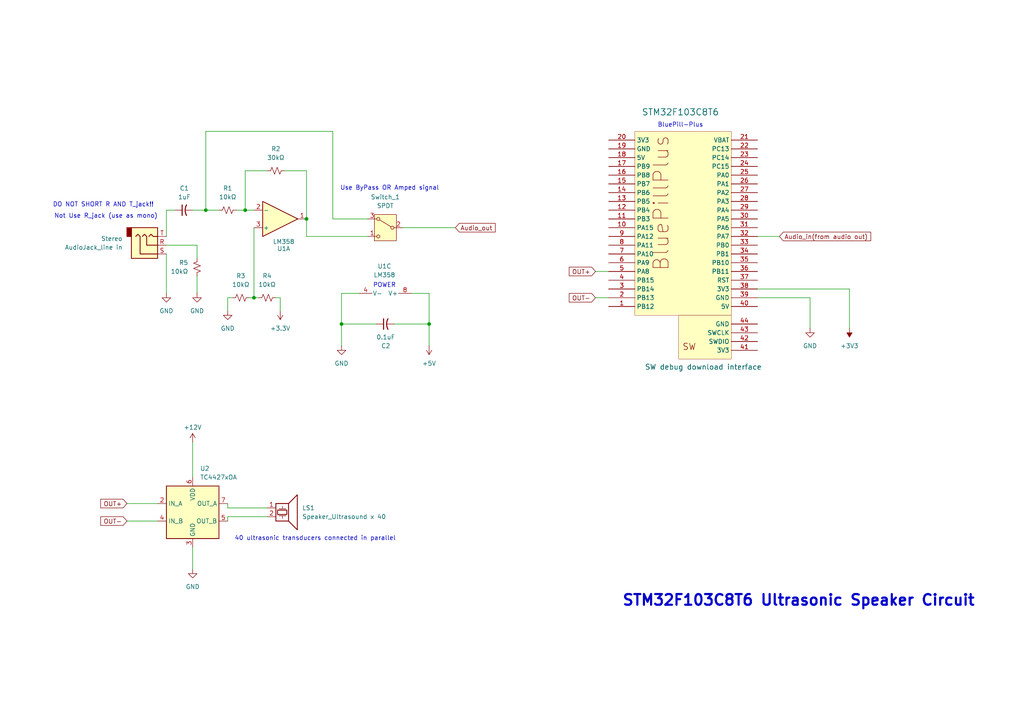
<source format=kicad_sch>
(kicad_sch
	(version 20250114)
	(generator "eeschema")
	(generator_version "9.0")
	(uuid "6760ec7d-a76d-4746-af25-21da871fe551")
	(paper "A4")
	(title_block
		(title "STM32F103C8T6 Ultrasonic Speaker Circuit")
		(date "2025-05-05")
		(rev "3.0")
	)
	(lib_symbols
		(symbol "Amplifier_Operational:LM358"
			(pin_names
				(offset 0.127)
			)
			(exclude_from_sim no)
			(in_bom yes)
			(on_board yes)
			(property "Reference" "U"
				(at 0 5.08 0)
				(effects
					(font
						(size 1.27 1.27)
					)
					(justify left)
				)
			)
			(property "Value" "LM358"
				(at 0 -5.08 0)
				(effects
					(font
						(size 1.27 1.27)
					)
					(justify left)
				)
			)
			(property "Footprint" ""
				(at 0 0 0)
				(effects
					(font
						(size 1.27 1.27)
					)
					(hide yes)
				)
			)
			(property "Datasheet" "http://www.ti.com/lit/ds/symlink/lm2904-n.pdf"
				(at 0 0 0)
				(effects
					(font
						(size 1.27 1.27)
					)
					(hide yes)
				)
			)
			(property "Description" "Low-Power, Dual Operational Amplifiers, DIP-8/SOIC-8/TO-99-8"
				(at 0 0 0)
				(effects
					(font
						(size 1.27 1.27)
					)
					(hide yes)
				)
			)
			(property "ki_locked" ""
				(at 0 0 0)
				(effects
					(font
						(size 1.27 1.27)
					)
				)
			)
			(property "ki_keywords" "dual opamp"
				(at 0 0 0)
				(effects
					(font
						(size 1.27 1.27)
					)
					(hide yes)
				)
			)
			(property "ki_fp_filters" "SOIC*3.9x4.9mm*P1.27mm* DIP*W7.62mm* TO*99* OnSemi*Micro8* TSSOP*3x3mm*P0.65mm* TSSOP*4.4x3mm*P0.65mm* MSOP*3x3mm*P0.65mm* SSOP*3.9x4.9mm*P0.635mm* LFCSP*2x2mm*P0.5mm* *SIP* SOIC*5.3x6.2mm*P1.27mm*"
				(at 0 0 0)
				(effects
					(font
						(size 1.27 1.27)
					)
					(hide yes)
				)
			)
			(symbol "LM358_1_1"
				(polyline
					(pts
						(xy -5.08 5.08) (xy 5.08 0) (xy -5.08 -5.08) (xy -5.08 5.08)
					)
					(stroke
						(width 0.254)
						(type default)
					)
					(fill
						(type background)
					)
				)
				(pin input line
					(at -7.62 2.54 0)
					(length 2.54)
					(name "+"
						(effects
							(font
								(size 1.27 1.27)
							)
						)
					)
					(number "3"
						(effects
							(font
								(size 1.27 1.27)
							)
						)
					)
				)
				(pin input line
					(at -7.62 -2.54 0)
					(length 2.54)
					(name "-"
						(effects
							(font
								(size 1.27 1.27)
							)
						)
					)
					(number "2"
						(effects
							(font
								(size 1.27 1.27)
							)
						)
					)
				)
				(pin output line
					(at 7.62 0 180)
					(length 2.54)
					(name "~"
						(effects
							(font
								(size 1.27 1.27)
							)
						)
					)
					(number "1"
						(effects
							(font
								(size 1.27 1.27)
							)
						)
					)
				)
			)
			(symbol "LM358_2_1"
				(polyline
					(pts
						(xy -5.08 5.08) (xy 5.08 0) (xy -5.08 -5.08) (xy -5.08 5.08)
					)
					(stroke
						(width 0.254)
						(type default)
					)
					(fill
						(type background)
					)
				)
				(pin input line
					(at -7.62 2.54 0)
					(length 2.54)
					(name "+"
						(effects
							(font
								(size 1.27 1.27)
							)
						)
					)
					(number "5"
						(effects
							(font
								(size 1.27 1.27)
							)
						)
					)
				)
				(pin input line
					(at -7.62 -2.54 0)
					(length 2.54)
					(name "-"
						(effects
							(font
								(size 1.27 1.27)
							)
						)
					)
					(number "6"
						(effects
							(font
								(size 1.27 1.27)
							)
						)
					)
				)
				(pin output line
					(at 7.62 0 180)
					(length 2.54)
					(name "~"
						(effects
							(font
								(size 1.27 1.27)
							)
						)
					)
					(number "7"
						(effects
							(font
								(size 1.27 1.27)
							)
						)
					)
				)
			)
			(symbol "LM358_3_1"
				(pin power_in line
					(at -2.54 7.62 270)
					(length 3.81)
					(name "V+"
						(effects
							(font
								(size 1.27 1.27)
							)
						)
					)
					(number "8"
						(effects
							(font
								(size 1.27 1.27)
							)
						)
					)
				)
				(pin power_in line
					(at -2.54 -7.62 90)
					(length 3.81)
					(name "V-"
						(effects
							(font
								(size 1.27 1.27)
							)
						)
					)
					(number "4"
						(effects
							(font
								(size 1.27 1.27)
							)
						)
					)
				)
			)
			(embedded_fonts no)
		)
		(symbol "BluePill-Plus:BluePillPlus"
			(exclude_from_sim no)
			(in_bom yes)
			(on_board yes)
			(property "Reference" ""
				(at -1.27 1.27 0)
				(effects
					(font
						(size 1.8288 1.8288)
					)
				)
			)
			(property "Value" "U?"
				(at -1.27 -3.81 0)
				(effects
					(font
						(size 1.8288 1.8288)
					)
					(justify left bottom)
				)
			)
			(property "Footprint" "BluePillPlus:BluePillPlus"
				(at 0 0 0)
				(effects
					(font
						(size 1.27 1.27)
					)
					(hide yes)
				)
			)
			(property "Datasheet" ""
				(at 0 0 0)
				(effects
					(font
						(size 1.27 1.27)
					)
					(hide yes)
				)
			)
			(property "Description" "BluePillPlus"
				(at 0 0 0)
				(effects
					(font
						(size 1.27 1.27)
					)
					(hide yes)
				)
			)
			(property "ComponentLink1Description" "WeAct Studio"
				(at -18.288 -30.48 0)
				(effects
					(font
						(size 1.8288 1.8288)
					)
					(justify left bottom)
					(hide yes)
				)
			)
			(property "ComponentLink1URL" "WeAct-TC.cn"
				(at -18.288 -30.48 0)
				(effects
					(font
						(size 1.8288 1.8288)
					)
					(justify left bottom)
					(hide yes)
				)
			)
			(property "ComponentLink2Description" "BluePillPlus Github"
				(at -18.288 -30.48 0)
				(effects
					(font
						(size 1.8288 1.8288)
					)
					(justify left bottom)
					(hide yes)
				)
			)
			(property "ComponentLink2URL" "https://github.com/WeActTC/BluePill-Plus"
				(at -18.288 -30.48 0)
				(effects
					(font
						(size 1.8288 1.8288)
					)
					(justify left bottom)
					(hide yes)
				)
			)
			(property "ComponentLink3Description" "BluePillPlus Gitee"
				(at -18.288 -30.48 0)
				(effects
					(font
						(size 1.8288 1.8288)
					)
					(justify left bottom)
					(hide yes)
				)
			)
			(property "ComponentLink3URL" "https://gitee.com/WeAct-TC/BluePill-Plus"
				(at -18.288 -30.48 0)
				(effects
					(font
						(size 1.8288 1.8288)
					)
					(justify left bottom)
					(hide yes)
				)
			)
			(property "ki_fp_filters" "*BluePillPlus*"
				(at 0 0 0)
				(effects
					(font
						(size 1.27 1.27)
					)
					(hide yes)
				)
			)
			(symbol "BluePillPlus_1_0"
				(rectangle
					(start 17.78 25.4)
					(end -10.16 -27.94)
					(stroke
						(width 0.0254)
						(type solid)
						(color 128 0 0 1)
					)
					(fill
						(type background)
					)
				)
				(text "BluePillPlus"
					(at 0 12.7 900)
					(effects
						(font
							(size 4.3688 4.3688)
						)
						(justify right bottom)
					)
				)
				(pin passive line
					(at -17.78 22.86 0)
					(length 7.62)
					(name "PB12"
						(effects
							(font
								(size 1.27 1.27)
							)
						)
					)
					(number "1"
						(effects
							(font
								(size 1.27 1.27)
							)
						)
					)
				)
				(pin passive line
					(at -17.78 20.32 0)
					(length 7.62)
					(name "PB13"
						(effects
							(font
								(size 1.27 1.27)
							)
						)
					)
					(number "2"
						(effects
							(font
								(size 1.27 1.27)
							)
						)
					)
				)
				(pin passive line
					(at -17.78 17.78 0)
					(length 7.62)
					(name "PB14"
						(effects
							(font
								(size 1.27 1.27)
							)
						)
					)
					(number "3"
						(effects
							(font
								(size 1.27 1.27)
							)
						)
					)
				)
				(pin passive line
					(at -17.78 15.24 0)
					(length 7.62)
					(name "PB15"
						(effects
							(font
								(size 1.27 1.27)
							)
						)
					)
					(number "4"
						(effects
							(font
								(size 1.27 1.27)
							)
						)
					)
				)
				(pin passive line
					(at -17.78 12.7 0)
					(length 7.62)
					(name "PA8"
						(effects
							(font
								(size 1.27 1.27)
							)
						)
					)
					(number "5"
						(effects
							(font
								(size 1.27 1.27)
							)
						)
					)
				)
				(pin passive line
					(at -17.78 10.16 0)
					(length 7.62)
					(name "PA9"
						(effects
							(font
								(size 1.27 1.27)
							)
						)
					)
					(number "6"
						(effects
							(font
								(size 1.27 1.27)
							)
						)
					)
				)
				(pin passive line
					(at -17.78 7.62 0)
					(length 7.62)
					(name "PA10"
						(effects
							(font
								(size 1.27 1.27)
							)
						)
					)
					(number "7"
						(effects
							(font
								(size 1.27 1.27)
							)
						)
					)
				)
				(pin passive line
					(at -17.78 5.08 0)
					(length 7.62)
					(name "PA11"
						(effects
							(font
								(size 1.27 1.27)
							)
						)
					)
					(number "8"
						(effects
							(font
								(size 1.27 1.27)
							)
						)
					)
				)
				(pin passive line
					(at -17.78 2.54 0)
					(length 7.62)
					(name "PA12"
						(effects
							(font
								(size 1.27 1.27)
							)
						)
					)
					(number "9"
						(effects
							(font
								(size 1.27 1.27)
							)
						)
					)
				)
				(pin passive line
					(at -17.78 0 0)
					(length 7.62)
					(name "PA15"
						(effects
							(font
								(size 1.27 1.27)
							)
						)
					)
					(number "10"
						(effects
							(font
								(size 1.27 1.27)
							)
						)
					)
				)
				(pin passive line
					(at -17.78 -2.54 0)
					(length 7.62)
					(name "PB3"
						(effects
							(font
								(size 1.27 1.27)
							)
						)
					)
					(number "11"
						(effects
							(font
								(size 1.27 1.27)
							)
						)
					)
				)
				(pin passive line
					(at -17.78 -5.08 0)
					(length 7.62)
					(name "PB4"
						(effects
							(font
								(size 1.27 1.27)
							)
						)
					)
					(number "12"
						(effects
							(font
								(size 1.27 1.27)
							)
						)
					)
				)
				(pin passive line
					(at -17.78 -7.62 0)
					(length 7.62)
					(name "PB5"
						(effects
							(font
								(size 1.27 1.27)
							)
						)
					)
					(number "13"
						(effects
							(font
								(size 1.27 1.27)
							)
						)
					)
				)
				(pin passive line
					(at -17.78 -10.16 0)
					(length 7.62)
					(name "PB6"
						(effects
							(font
								(size 1.27 1.27)
							)
						)
					)
					(number "14"
						(effects
							(font
								(size 1.27 1.27)
							)
						)
					)
				)
				(pin passive line
					(at -17.78 -12.7 0)
					(length 7.62)
					(name "PB7"
						(effects
							(font
								(size 1.27 1.27)
							)
						)
					)
					(number "15"
						(effects
							(font
								(size 1.27 1.27)
							)
						)
					)
				)
				(pin passive line
					(at -17.78 -15.24 0)
					(length 7.62)
					(name "PB8"
						(effects
							(font
								(size 1.27 1.27)
							)
						)
					)
					(number "16"
						(effects
							(font
								(size 1.27 1.27)
							)
						)
					)
				)
				(pin passive line
					(at -17.78 -17.78 0)
					(length 7.62)
					(name "PB9"
						(effects
							(font
								(size 1.27 1.27)
							)
						)
					)
					(number "17"
						(effects
							(font
								(size 1.27 1.27)
							)
						)
					)
				)
				(pin passive line
					(at -17.78 -20.32 0)
					(length 7.62)
					(name "5V"
						(effects
							(font
								(size 1.27 1.27)
							)
						)
					)
					(number "18"
						(effects
							(font
								(size 1.27 1.27)
							)
						)
					)
				)
				(pin passive line
					(at -17.78 -22.86 0)
					(length 7.62)
					(name "GND"
						(effects
							(font
								(size 1.27 1.27)
							)
						)
					)
					(number "19"
						(effects
							(font
								(size 1.27 1.27)
							)
						)
					)
				)
				(pin passive line
					(at -17.78 -25.4 0)
					(length 7.62)
					(name "3V3"
						(effects
							(font
								(size 1.27 1.27)
							)
						)
					)
					(number "20"
						(effects
							(font
								(size 1.27 1.27)
							)
						)
					)
				)
				(pin passive line
					(at 25.4 22.86 180)
					(length 7.62)
					(name "5V"
						(effects
							(font
								(size 1.27 1.27)
							)
						)
					)
					(number "40"
						(effects
							(font
								(size 1.27 1.27)
							)
						)
					)
				)
				(pin passive line
					(at 25.4 20.32 180)
					(length 7.62)
					(name "GND"
						(effects
							(font
								(size 1.27 1.27)
							)
						)
					)
					(number "39"
						(effects
							(font
								(size 1.27 1.27)
							)
						)
					)
				)
				(pin passive line
					(at 25.4 17.78 180)
					(length 7.62)
					(name "3V3"
						(effects
							(font
								(size 1.27 1.27)
							)
						)
					)
					(number "38"
						(effects
							(font
								(size 1.27 1.27)
							)
						)
					)
				)
				(pin passive line
					(at 25.4 15.24 180)
					(length 7.62)
					(name "RST"
						(effects
							(font
								(size 1.27 1.27)
							)
						)
					)
					(number "37"
						(effects
							(font
								(size 1.27 1.27)
							)
						)
					)
				)
				(pin passive line
					(at 25.4 12.7 180)
					(length 7.62)
					(name "PB11"
						(effects
							(font
								(size 1.27 1.27)
							)
						)
					)
					(number "36"
						(effects
							(font
								(size 1.27 1.27)
							)
						)
					)
				)
				(pin passive line
					(at 25.4 10.16 180)
					(length 7.62)
					(name "PB10"
						(effects
							(font
								(size 1.27 1.27)
							)
						)
					)
					(number "35"
						(effects
							(font
								(size 1.27 1.27)
							)
						)
					)
				)
				(pin passive line
					(at 25.4 7.62 180)
					(length 7.62)
					(name "PB1"
						(effects
							(font
								(size 1.27 1.27)
							)
						)
					)
					(number "34"
						(effects
							(font
								(size 1.27 1.27)
							)
						)
					)
				)
				(pin passive line
					(at 25.4 5.08 180)
					(length 7.62)
					(name "PB0"
						(effects
							(font
								(size 1.27 1.27)
							)
						)
					)
					(number "33"
						(effects
							(font
								(size 1.27 1.27)
							)
						)
					)
				)
				(pin passive line
					(at 25.4 2.54 180)
					(length 7.62)
					(name "PA7"
						(effects
							(font
								(size 1.27 1.27)
							)
						)
					)
					(number "32"
						(effects
							(font
								(size 1.27 1.27)
							)
						)
					)
				)
				(pin passive line
					(at 25.4 0 180)
					(length 7.62)
					(name "PA6"
						(effects
							(font
								(size 1.27 1.27)
							)
						)
					)
					(number "31"
						(effects
							(font
								(size 1.27 1.27)
							)
						)
					)
				)
				(pin passive line
					(at 25.4 -2.54 180)
					(length 7.62)
					(name "PA5"
						(effects
							(font
								(size 1.27 1.27)
							)
						)
					)
					(number "30"
						(effects
							(font
								(size 1.27 1.27)
							)
						)
					)
				)
				(pin passive line
					(at 25.4 -5.08 180)
					(length 7.62)
					(name "PA4"
						(effects
							(font
								(size 1.27 1.27)
							)
						)
					)
					(number "29"
						(effects
							(font
								(size 1.27 1.27)
							)
						)
					)
				)
				(pin passive line
					(at 25.4 -7.62 180)
					(length 7.62)
					(name "PA3"
						(effects
							(font
								(size 1.27 1.27)
							)
						)
					)
					(number "28"
						(effects
							(font
								(size 1.27 1.27)
							)
						)
					)
				)
				(pin passive line
					(at 25.4 -10.16 180)
					(length 7.62)
					(name "PA2"
						(effects
							(font
								(size 1.27 1.27)
							)
						)
					)
					(number "27"
						(effects
							(font
								(size 1.27 1.27)
							)
						)
					)
				)
				(pin passive line
					(at 25.4 -12.7 180)
					(length 7.62)
					(name "PA1"
						(effects
							(font
								(size 1.27 1.27)
							)
						)
					)
					(number "26"
						(effects
							(font
								(size 1.27 1.27)
							)
						)
					)
				)
				(pin passive line
					(at 25.4 -15.24 180)
					(length 7.62)
					(name "PA0"
						(effects
							(font
								(size 1.27 1.27)
							)
						)
					)
					(number "25"
						(effects
							(font
								(size 1.27 1.27)
							)
						)
					)
				)
				(pin passive line
					(at 25.4 -17.78 180)
					(length 7.62)
					(name "PC15"
						(effects
							(font
								(size 1.27 1.27)
							)
						)
					)
					(number "24"
						(effects
							(font
								(size 1.27 1.27)
							)
						)
					)
				)
				(pin passive line
					(at 25.4 -20.32 180)
					(length 7.62)
					(name "PC14"
						(effects
							(font
								(size 1.27 1.27)
							)
						)
					)
					(number "23"
						(effects
							(font
								(size 1.27 1.27)
							)
						)
					)
				)
				(pin passive line
					(at 25.4 -22.86 180)
					(length 7.62)
					(name "PC13"
						(effects
							(font
								(size 1.27 1.27)
							)
						)
					)
					(number "22"
						(effects
							(font
								(size 1.27 1.27)
							)
						)
					)
				)
				(pin passive line
					(at 25.4 -25.4 180)
					(length 7.62)
					(name "VBAT"
						(effects
							(font
								(size 1.27 1.27)
							)
						)
					)
					(number "21"
						(effects
							(font
								(size 1.27 1.27)
							)
						)
					)
				)
			)
			(symbol "BluePillPlus_2_0"
				(rectangle
					(start 10.16 5.08)
					(end -5.08 -7.62)
					(stroke
						(width 0.0254)
						(type solid)
						(color 128 0 0 1)
					)
					(fill
						(type background)
					)
				)
				(text "SW"
					(at 5.08 -5.08 0)
					(effects
						(font
							(size 1.8288 1.8288)
						)
						(justify left bottom)
					)
				)
				(pin passive line
					(at -12.7 2.54 0)
					(length 7.62)
					(name "GND"
						(effects
							(font
								(size 1.27 1.27)
							)
						)
					)
					(number "44"
						(effects
							(font
								(size 1.27 1.27)
							)
						)
					)
				)
				(pin passive line
					(at -12.7 0 0)
					(length 7.62)
					(name "SWCLK"
						(effects
							(font
								(size 1.27 1.27)
							)
						)
					)
					(number "43"
						(effects
							(font
								(size 1.27 1.27)
							)
						)
					)
				)
				(pin passive line
					(at -12.7 -2.54 0)
					(length 7.62)
					(name "SWDIO"
						(effects
							(font
								(size 1.27 1.27)
							)
						)
					)
					(number "42"
						(effects
							(font
								(size 1.27 1.27)
							)
						)
					)
				)
				(pin passive line
					(at -12.7 -5.08 0)
					(length 7.62)
					(name "3V3"
						(effects
							(font
								(size 1.27 1.27)
							)
						)
					)
					(number "41"
						(effects
							(font
								(size 1.27 1.27)
							)
						)
					)
				)
			)
			(embedded_fonts no)
		)
		(symbol "Connector_Audio:AudioJack3"
			(exclude_from_sim no)
			(in_bom yes)
			(on_board yes)
			(property "Reference" "J"
				(at 0 8.89 0)
				(effects
					(font
						(size 1.27 1.27)
					)
				)
			)
			(property "Value" "AudioJack3"
				(at 0 6.35 0)
				(effects
					(font
						(size 1.27 1.27)
					)
				)
			)
			(property "Footprint" ""
				(at 0 0 0)
				(effects
					(font
						(size 1.27 1.27)
					)
					(hide yes)
				)
			)
			(property "Datasheet" "~"
				(at 0 0 0)
				(effects
					(font
						(size 1.27 1.27)
					)
					(hide yes)
				)
			)
			(property "Description" "Audio Jack, 3 Poles (Stereo / TRS)"
				(at 0 0 0)
				(effects
					(font
						(size 1.27 1.27)
					)
					(hide yes)
				)
			)
			(property "ki_keywords" "audio jack receptacle stereo headphones phones TRS connector"
				(at 0 0 0)
				(effects
					(font
						(size 1.27 1.27)
					)
					(hide yes)
				)
			)
			(property "ki_fp_filters" "Jack*"
				(at 0 0 0)
				(effects
					(font
						(size 1.27 1.27)
					)
					(hide yes)
				)
			)
			(symbol "AudioJack3_0_1"
				(rectangle
					(start -5.08 -5.08)
					(end -6.35 -2.54)
					(stroke
						(width 0.254)
						(type default)
					)
					(fill
						(type outline)
					)
				)
				(polyline
					(pts
						(xy -1.905 -2.54) (xy -1.27 -3.175) (xy -0.635 -2.54) (xy -0.635 0) (xy 2.54 0)
					)
					(stroke
						(width 0.254)
						(type default)
					)
					(fill
						(type none)
					)
				)
				(polyline
					(pts
						(xy 0 -2.54) (xy 0.635 -3.175) (xy 1.27 -2.54) (xy 2.54 -2.54)
					)
					(stroke
						(width 0.254)
						(type default)
					)
					(fill
						(type none)
					)
				)
				(rectangle
					(start 2.54 3.81)
					(end -5.08 -5.08)
					(stroke
						(width 0.254)
						(type default)
					)
					(fill
						(type background)
					)
				)
				(polyline
					(pts
						(xy 2.54 2.54) (xy -2.54 2.54) (xy -2.54 -2.54) (xy -3.175 -3.175) (xy -3.81 -2.54)
					)
					(stroke
						(width 0.254)
						(type default)
					)
					(fill
						(type none)
					)
				)
			)
			(symbol "AudioJack3_1_1"
				(pin passive line
					(at 5.08 2.54 180)
					(length 2.54)
					(name "~"
						(effects
							(font
								(size 1.27 1.27)
							)
						)
					)
					(number "S"
						(effects
							(font
								(size 1.27 1.27)
							)
						)
					)
				)
				(pin passive line
					(at 5.08 0 180)
					(length 2.54)
					(name "~"
						(effects
							(font
								(size 1.27 1.27)
							)
						)
					)
					(number "R"
						(effects
							(font
								(size 1.27 1.27)
							)
						)
					)
				)
				(pin passive line
					(at 5.08 -2.54 180)
					(length 2.54)
					(name "~"
						(effects
							(font
								(size 1.27 1.27)
							)
						)
					)
					(number "T"
						(effects
							(font
								(size 1.27 1.27)
							)
						)
					)
				)
			)
			(embedded_fonts no)
		)
		(symbol "Device:C_Small_US"
			(pin_numbers
				(hide yes)
			)
			(pin_names
				(offset 0.254)
				(hide yes)
			)
			(exclude_from_sim no)
			(in_bom yes)
			(on_board yes)
			(property "Reference" "C"
				(at 0.254 1.778 0)
				(effects
					(font
						(size 1.27 1.27)
					)
					(justify left)
				)
			)
			(property "Value" "C_Small_US"
				(at 0.254 -2.032 0)
				(effects
					(font
						(size 1.27 1.27)
					)
					(justify left)
				)
			)
			(property "Footprint" ""
				(at 0 0 0)
				(effects
					(font
						(size 1.27 1.27)
					)
					(hide yes)
				)
			)
			(property "Datasheet" ""
				(at 0 0 0)
				(effects
					(font
						(size 1.27 1.27)
					)
					(hide yes)
				)
			)
			(property "Description" "capacitor, small US symbol"
				(at 0 0 0)
				(effects
					(font
						(size 1.27 1.27)
					)
					(hide yes)
				)
			)
			(property "ki_keywords" "cap capacitor"
				(at 0 0 0)
				(effects
					(font
						(size 1.27 1.27)
					)
					(hide yes)
				)
			)
			(property "ki_fp_filters" "C_*"
				(at 0 0 0)
				(effects
					(font
						(size 1.27 1.27)
					)
					(hide yes)
				)
			)
			(symbol "C_Small_US_0_1"
				(polyline
					(pts
						(xy -1.524 0.508) (xy 1.524 0.508)
					)
					(stroke
						(width 0.3048)
						(type default)
					)
					(fill
						(type none)
					)
				)
				(arc
					(start -1.524 -0.762)
					(mid 0 -0.3734)
					(end 1.524 -0.762)
					(stroke
						(width 0.3048)
						(type default)
					)
					(fill
						(type none)
					)
				)
			)
			(symbol "C_Small_US_1_1"
				(pin passive line
					(at 0 2.54 270)
					(length 2.032)
					(name "~"
						(effects
							(font
								(size 1.27 1.27)
							)
						)
					)
					(number "1"
						(effects
							(font
								(size 1.27 1.27)
							)
						)
					)
				)
				(pin passive line
					(at 0 -2.54 90)
					(length 2.032)
					(name "~"
						(effects
							(font
								(size 1.27 1.27)
							)
						)
					)
					(number "2"
						(effects
							(font
								(size 1.27 1.27)
							)
						)
					)
				)
			)
			(embedded_fonts no)
		)
		(symbol "Device:R_Small_US"
			(pin_numbers
				(hide yes)
			)
			(pin_names
				(offset 0.254)
				(hide yes)
			)
			(exclude_from_sim no)
			(in_bom yes)
			(on_board yes)
			(property "Reference" "R"
				(at 0.762 0.508 0)
				(effects
					(font
						(size 1.27 1.27)
					)
					(justify left)
				)
			)
			(property "Value" "R_Small_US"
				(at 0.762 -1.016 0)
				(effects
					(font
						(size 1.27 1.27)
					)
					(justify left)
				)
			)
			(property "Footprint" ""
				(at 0 0 0)
				(effects
					(font
						(size 1.27 1.27)
					)
					(hide yes)
				)
			)
			(property "Datasheet" "~"
				(at 0 0 0)
				(effects
					(font
						(size 1.27 1.27)
					)
					(hide yes)
				)
			)
			(property "Description" "Resistor, small US symbol"
				(at 0 0 0)
				(effects
					(font
						(size 1.27 1.27)
					)
					(hide yes)
				)
			)
			(property "ki_keywords" "r resistor"
				(at 0 0 0)
				(effects
					(font
						(size 1.27 1.27)
					)
					(hide yes)
				)
			)
			(property "ki_fp_filters" "R_*"
				(at 0 0 0)
				(effects
					(font
						(size 1.27 1.27)
					)
					(hide yes)
				)
			)
			(symbol "R_Small_US_1_1"
				(polyline
					(pts
						(xy 0 1.524) (xy 1.016 1.143) (xy 0 0.762) (xy -1.016 0.381) (xy 0 0)
					)
					(stroke
						(width 0)
						(type default)
					)
					(fill
						(type none)
					)
				)
				(polyline
					(pts
						(xy 0 0) (xy 1.016 -0.381) (xy 0 -0.762) (xy -1.016 -1.143) (xy 0 -1.524)
					)
					(stroke
						(width 0)
						(type default)
					)
					(fill
						(type none)
					)
				)
				(pin passive line
					(at 0 2.54 270)
					(length 1.016)
					(name "~"
						(effects
							(font
								(size 1.27 1.27)
							)
						)
					)
					(number "1"
						(effects
							(font
								(size 1.27 1.27)
							)
						)
					)
				)
				(pin passive line
					(at 0 -2.54 90)
					(length 1.016)
					(name "~"
						(effects
							(font
								(size 1.27 1.27)
							)
						)
					)
					(number "2"
						(effects
							(font
								(size 1.27 1.27)
							)
						)
					)
				)
			)
			(embedded_fonts no)
		)
		(symbol "Device:Speaker_Ultrasound"
			(pin_names
				(offset 0)
				(hide yes)
			)
			(exclude_from_sim no)
			(in_bom yes)
			(on_board yes)
			(property "Reference" "LS"
				(at 0.635 5.715 0)
				(effects
					(font
						(size 1.27 1.27)
					)
					(justify right)
				)
			)
			(property "Value" "Speaker_Ultrasound"
				(at 0.635 3.81 0)
				(effects
					(font
						(size 1.27 1.27)
					)
					(justify right)
				)
			)
			(property "Footprint" ""
				(at -0.889 -1.27 0)
				(effects
					(font
						(size 1.27 1.27)
					)
					(hide yes)
				)
			)
			(property "Datasheet" "~"
				(at -0.889 -1.27 0)
				(effects
					(font
						(size 1.27 1.27)
					)
					(hide yes)
				)
			)
			(property "Description" "Ultrasonic transducer"
				(at 0 0 0)
				(effects
					(font
						(size 1.27 1.27)
					)
					(hide yes)
				)
			)
			(property "ki_keywords" "crystal speaker ultrasonic transducer"
				(at 0 0 0)
				(effects
					(font
						(size 1.27 1.27)
					)
					(hide yes)
				)
			)
			(symbol "Speaker_Ultrasound_0_0"
				(rectangle
					(start -2.54 1.27)
					(end 1.143 -3.81)
					(stroke
						(width 0.254)
						(type default)
					)
					(fill
						(type none)
					)
				)
				(rectangle
					(start -2.032 -0.635)
					(end 0.635 -1.905)
					(stroke
						(width 0.254)
						(type default)
					)
					(fill
						(type none)
					)
				)
				(polyline
					(pts
						(xy -1.651 -0.254) (xy 0.381 -0.254)
					)
					(stroke
						(width 0)
						(type default)
					)
					(fill
						(type none)
					)
				)
				(polyline
					(pts
						(xy -1.651 -2.286) (xy 0.381 -2.286)
					)
					(stroke
						(width 0)
						(type default)
					)
					(fill
						(type none)
					)
				)
				(polyline
					(pts
						(xy -0.635 -0.254) (xy -0.635 0.508)
					)
					(stroke
						(width 0)
						(type default)
					)
					(fill
						(type none)
					)
				)
				(polyline
					(pts
						(xy -0.635 -2.286) (xy -0.635 -3.048)
					)
					(stroke
						(width 0)
						(type default)
					)
					(fill
						(type none)
					)
				)
				(polyline
					(pts
						(xy 1.143 1.27) (xy 3.683 3.81) (xy 3.683 -6.35) (xy 1.143 -3.81)
					)
					(stroke
						(width 0.254)
						(type default)
					)
					(fill
						(type none)
					)
				)
			)
			(symbol "Speaker_Ultrasound_1_1"
				(pin input line
					(at -5.08 0 0)
					(length 2.54)
					(name "1"
						(effects
							(font
								(size 1.27 1.27)
							)
						)
					)
					(number "1"
						(effects
							(font
								(size 1.27 1.27)
							)
						)
					)
				)
				(pin input line
					(at -5.08 -2.54 0)
					(length 2.54)
					(name "2"
						(effects
							(font
								(size 1.27 1.27)
							)
						)
					)
					(number "2"
						(effects
							(font
								(size 1.27 1.27)
							)
						)
					)
				)
			)
			(embedded_fonts no)
		)
		(symbol "Driver_FET:TC4427xOA"
			(exclude_from_sim no)
			(in_bom yes)
			(on_board yes)
			(property "Reference" "U"
				(at -7.62 8.89 0)
				(effects
					(font
						(size 1.27 1.27)
					)
					(justify left)
				)
			)
			(property "Value" "TC4427xOA"
				(at 1.27 8.89 0)
				(effects
					(font
						(size 1.27 1.27)
					)
					(justify left)
				)
			)
			(property "Footprint" "Package_SO:SOIC-8_3.9x4.9mm_P1.27mm"
				(at 0.508 -15.24 0)
				(effects
					(font
						(size 1.27 1.27)
					)
					(hide yes)
				)
			)
			(property "Datasheet" "https://ww1.microchip.com/downloads/en/DeviceDoc/20001422G.pdf"
				(at 0.508 -13.208 0)
				(effects
					(font
						(size 1.27 1.27)
					)
					(hide yes)
				)
			)
			(property "Description" "1.5A Dual High-Speed Power MOSFET Drivers, 4.5...18V supply, TTL/CMOS compatible inputs, non-inverting drivers, SOIC-8"
				(at 0 -11.176 0)
				(effects
					(font
						(size 1.27 1.27)
					)
					(hide yes)
				)
			)
			(property "ki_keywords" "ESD push-pull"
				(at 0 0 0)
				(effects
					(font
						(size 1.27 1.27)
					)
					(hide yes)
				)
			)
			(property "ki_fp_filters" "*SO*3.9*4.*P1.27mm*"
				(at 0 0 0)
				(effects
					(font
						(size 1.27 1.27)
					)
					(hide yes)
				)
			)
			(symbol "TC4427xOA_0_1"
				(rectangle
					(start -7.62 -7.62)
					(end 7.62 7.62)
					(stroke
						(width 0.254)
						(type default)
					)
					(fill
						(type background)
					)
				)
			)
			(symbol "TC4427xOA_1_1"
				(pin input line
					(at -10.16 2.54 0)
					(length 2.54)
					(name "IN_A"
						(effects
							(font
								(size 1.27 1.27)
							)
						)
					)
					(number "2"
						(effects
							(font
								(size 1.27 1.27)
							)
						)
					)
				)
				(pin input line
					(at -10.16 -2.54 0)
					(length 2.54)
					(name "IN_B"
						(effects
							(font
								(size 1.27 1.27)
							)
						)
					)
					(number "4"
						(effects
							(font
								(size 1.27 1.27)
							)
						)
					)
				)
				(pin no_connect line
					(at -7.62 0 0)
					(length 2.54)
					(hide yes)
					(name "NC"
						(effects
							(font
								(size 1.27 1.27)
							)
						)
					)
					(number "1"
						(effects
							(font
								(size 1.27 1.27)
							)
						)
					)
				)
				(pin power_in line
					(at 0 10.16 270)
					(length 2.54)
					(name "VDD"
						(effects
							(font
								(size 1.27 1.27)
							)
						)
					)
					(number "6"
						(effects
							(font
								(size 1.27 1.27)
							)
						)
					)
				)
				(pin power_in line
					(at 0 -10.16 90)
					(length 2.54)
					(name "GND"
						(effects
							(font
								(size 1.27 1.27)
							)
						)
					)
					(number "3"
						(effects
							(font
								(size 1.27 1.27)
							)
						)
					)
				)
				(pin no_connect line
					(at 7.62 0 180)
					(length 2.54)
					(hide yes)
					(name "NC"
						(effects
							(font
								(size 1.27 1.27)
							)
						)
					)
					(number "8"
						(effects
							(font
								(size 1.27 1.27)
							)
						)
					)
				)
				(pin output line
					(at 10.16 2.54 180)
					(length 2.54)
					(name "OUT_A"
						(effects
							(font
								(size 1.27 1.27)
							)
						)
					)
					(number "7"
						(effects
							(font
								(size 1.27 1.27)
							)
						)
					)
				)
				(pin output line
					(at 10.16 -2.54 180)
					(length 2.54)
					(name "OUT_B"
						(effects
							(font
								(size 1.27 1.27)
							)
						)
					)
					(number "5"
						(effects
							(font
								(size 1.27 1.27)
							)
						)
					)
				)
			)
			(embedded_fonts no)
		)
		(symbol "Switch:SW_Nidec_CAS-120A1"
			(pin_names
				(offset 1)
				(hide yes)
			)
			(exclude_from_sim no)
			(in_bom yes)
			(on_board yes)
			(property "Reference" "SW"
				(at 0 4.318 0)
				(effects
					(font
						(size 1.27 1.27)
					)
				)
			)
			(property "Value" "SW_Nidec_CAS-120A1"
				(at 0 -5.08 0)
				(effects
					(font
						(size 1.27 1.27)
					)
				)
			)
			(property "Footprint" "Button_Switch_SMD:Nidec_Copal_CAS-120A"
				(at 0 -10.16 0)
				(effects
					(font
						(size 1.27 1.27)
					)
					(hide yes)
				)
			)
			(property "Datasheet" "https://www.nidec-components.com/e/catalog/switch/cas.pdf"
				(at 0 -7.62 0)
				(effects
					(font
						(size 1.27 1.27)
					)
					(hide yes)
				)
			)
			(property "Description" "Switch, single pole double throw"
				(at 0 0 0)
				(effects
					(font
						(size 1.27 1.27)
					)
					(hide yes)
				)
			)
			(property "ki_keywords" "switch single-pole double-throw spdt ON-ON"
				(at 0 0 0)
				(effects
					(font
						(size 1.27 1.27)
					)
					(hide yes)
				)
			)
			(property "ki_fp_filters" "*Nidec?Copal?CAS?120A*"
				(at 0 0 0)
				(effects
					(font
						(size 1.27 1.27)
					)
					(hide yes)
				)
			)
			(symbol "SW_Nidec_CAS-120A1_0_1"
				(circle
					(center -2.032 0)
					(radius 0.4572)
					(stroke
						(width 0)
						(type default)
					)
					(fill
						(type none)
					)
				)
				(polyline
					(pts
						(xy -1.651 0.254) (xy 1.651 2.286)
					)
					(stroke
						(width 0)
						(type default)
					)
					(fill
						(type none)
					)
				)
				(circle
					(center 2.032 2.54)
					(radius 0.4572)
					(stroke
						(width 0)
						(type default)
					)
					(fill
						(type none)
					)
				)
				(circle
					(center 2.032 -2.54)
					(radius 0.4572)
					(stroke
						(width 0)
						(type default)
					)
					(fill
						(type none)
					)
				)
			)
			(symbol "SW_Nidec_CAS-120A1_1_1"
				(rectangle
					(start -3.175 3.81)
					(end 3.175 -3.81)
					(stroke
						(width 0)
						(type default)
					)
					(fill
						(type background)
					)
				)
				(pin passive line
					(at -5.08 0 0)
					(length 2.54)
					(name "B"
						(effects
							(font
								(size 1.27 1.27)
							)
						)
					)
					(number "2"
						(effects
							(font
								(size 1.27 1.27)
							)
						)
					)
				)
				(pin passive line
					(at 5.08 2.54 180)
					(length 2.54)
					(name "A"
						(effects
							(font
								(size 1.27 1.27)
							)
						)
					)
					(number "3"
						(effects
							(font
								(size 1.27 1.27)
							)
						)
					)
				)
				(pin passive line
					(at 5.08 -2.54 180)
					(length 2.54)
					(name "C"
						(effects
							(font
								(size 1.27 1.27)
							)
						)
					)
					(number "1"
						(effects
							(font
								(size 1.27 1.27)
							)
						)
					)
				)
			)
			(embedded_fonts no)
		)
		(symbol "power:+12V"
			(power)
			(pin_numbers
				(hide yes)
			)
			(pin_names
				(offset 0)
				(hide yes)
			)
			(exclude_from_sim no)
			(in_bom yes)
			(on_board yes)
			(property "Reference" "#PWR"
				(at 0 -3.81 0)
				(effects
					(font
						(size 1.27 1.27)
					)
					(hide yes)
				)
			)
			(property "Value" "+12V"
				(at 0 3.556 0)
				(effects
					(font
						(size 1.27 1.27)
					)
				)
			)
			(property "Footprint" ""
				(at 0 0 0)
				(effects
					(font
						(size 1.27 1.27)
					)
					(hide yes)
				)
			)
			(property "Datasheet" ""
				(at 0 0 0)
				(effects
					(font
						(size 1.27 1.27)
					)
					(hide yes)
				)
			)
			(property "Description" "Power symbol creates a global label with name \"+12V\""
				(at 0 0 0)
				(effects
					(font
						(size 1.27 1.27)
					)
					(hide yes)
				)
			)
			(property "ki_keywords" "global power"
				(at 0 0 0)
				(effects
					(font
						(size 1.27 1.27)
					)
					(hide yes)
				)
			)
			(symbol "+12V_0_1"
				(polyline
					(pts
						(xy -0.762 1.27) (xy 0 2.54)
					)
					(stroke
						(width 0)
						(type default)
					)
					(fill
						(type none)
					)
				)
				(polyline
					(pts
						(xy 0 2.54) (xy 0.762 1.27)
					)
					(stroke
						(width 0)
						(type default)
					)
					(fill
						(type none)
					)
				)
				(polyline
					(pts
						(xy 0 0) (xy 0 2.54)
					)
					(stroke
						(width 0)
						(type default)
					)
					(fill
						(type none)
					)
				)
			)
			(symbol "+12V_1_1"
				(pin power_in line
					(at 0 0 90)
					(length 0)
					(name "~"
						(effects
							(font
								(size 1.27 1.27)
							)
						)
					)
					(number "1"
						(effects
							(font
								(size 1.27 1.27)
							)
						)
					)
				)
			)
			(embedded_fonts no)
		)
		(symbol "power:+3.3V"
			(power)
			(pin_numbers
				(hide yes)
			)
			(pin_names
				(offset 0)
				(hide yes)
			)
			(exclude_from_sim no)
			(in_bom yes)
			(on_board yes)
			(property "Reference" "#PWR"
				(at 0 -3.81 0)
				(effects
					(font
						(size 1.27 1.27)
					)
					(hide yes)
				)
			)
			(property "Value" "+3.3V"
				(at 0 3.556 0)
				(effects
					(font
						(size 1.27 1.27)
					)
				)
			)
			(property "Footprint" ""
				(at 0 0 0)
				(effects
					(font
						(size 1.27 1.27)
					)
					(hide yes)
				)
			)
			(property "Datasheet" ""
				(at 0 0 0)
				(effects
					(font
						(size 1.27 1.27)
					)
					(hide yes)
				)
			)
			(property "Description" "Power symbol creates a global label with name \"+3.3V\""
				(at 0 0 0)
				(effects
					(font
						(size 1.27 1.27)
					)
					(hide yes)
				)
			)
			(property "ki_keywords" "global power"
				(at 0 0 0)
				(effects
					(font
						(size 1.27 1.27)
					)
					(hide yes)
				)
			)
			(symbol "+3.3V_0_1"
				(polyline
					(pts
						(xy -0.762 1.27) (xy 0 2.54)
					)
					(stroke
						(width 0)
						(type default)
					)
					(fill
						(type none)
					)
				)
				(polyline
					(pts
						(xy 0 2.54) (xy 0.762 1.27)
					)
					(stroke
						(width 0)
						(type default)
					)
					(fill
						(type none)
					)
				)
				(polyline
					(pts
						(xy 0 0) (xy 0 2.54)
					)
					(stroke
						(width 0)
						(type default)
					)
					(fill
						(type none)
					)
				)
			)
			(symbol "+3.3V_1_1"
				(pin power_in line
					(at 0 0 90)
					(length 0)
					(name "~"
						(effects
							(font
								(size 1.27 1.27)
							)
						)
					)
					(number "1"
						(effects
							(font
								(size 1.27 1.27)
							)
						)
					)
				)
			)
			(embedded_fonts no)
		)
		(symbol "power:+5V"
			(power)
			(pin_numbers
				(hide yes)
			)
			(pin_names
				(offset 0)
				(hide yes)
			)
			(exclude_from_sim no)
			(in_bom yes)
			(on_board yes)
			(property "Reference" "#PWR"
				(at 0 -3.81 0)
				(effects
					(font
						(size 1.27 1.27)
					)
					(hide yes)
				)
			)
			(property "Value" "+5V"
				(at 0 3.556 0)
				(effects
					(font
						(size 1.27 1.27)
					)
				)
			)
			(property "Footprint" ""
				(at 0 0 0)
				(effects
					(font
						(size 1.27 1.27)
					)
					(hide yes)
				)
			)
			(property "Datasheet" ""
				(at 0 0 0)
				(effects
					(font
						(size 1.27 1.27)
					)
					(hide yes)
				)
			)
			(property "Description" "Power symbol creates a global label with name \"+5V\""
				(at 0 0 0)
				(effects
					(font
						(size 1.27 1.27)
					)
					(hide yes)
				)
			)
			(property "ki_keywords" "global power"
				(at 0 0 0)
				(effects
					(font
						(size 1.27 1.27)
					)
					(hide yes)
				)
			)
			(symbol "+5V_0_1"
				(polyline
					(pts
						(xy -0.762 1.27) (xy 0 2.54)
					)
					(stroke
						(width 0)
						(type default)
					)
					(fill
						(type none)
					)
				)
				(polyline
					(pts
						(xy 0 2.54) (xy 0.762 1.27)
					)
					(stroke
						(width 0)
						(type default)
					)
					(fill
						(type none)
					)
				)
				(polyline
					(pts
						(xy 0 0) (xy 0 2.54)
					)
					(stroke
						(width 0)
						(type default)
					)
					(fill
						(type none)
					)
				)
			)
			(symbol "+5V_1_1"
				(pin power_in line
					(at 0 0 90)
					(length 0)
					(name "~"
						(effects
							(font
								(size 1.27 1.27)
							)
						)
					)
					(number "1"
						(effects
							(font
								(size 1.27 1.27)
							)
						)
					)
				)
			)
			(embedded_fonts no)
		)
		(symbol "power:-3V3"
			(power)
			(pin_numbers
				(hide yes)
			)
			(pin_names
				(offset 0)
				(hide yes)
			)
			(exclude_from_sim no)
			(in_bom yes)
			(on_board yes)
			(property "Reference" "#PWR"
				(at 0 -3.81 0)
				(effects
					(font
						(size 1.27 1.27)
					)
					(hide yes)
				)
			)
			(property "Value" "-3V3"
				(at 0 3.556 0)
				(effects
					(font
						(size 1.27 1.27)
					)
				)
			)
			(property "Footprint" ""
				(at 0 0 0)
				(effects
					(font
						(size 1.27 1.27)
					)
					(hide yes)
				)
			)
			(property "Datasheet" ""
				(at 0 0 0)
				(effects
					(font
						(size 1.27 1.27)
					)
					(hide yes)
				)
			)
			(property "Description" "Power symbol creates a global label with name \"-3V3\""
				(at 0 0 0)
				(effects
					(font
						(size 1.27 1.27)
					)
					(hide yes)
				)
			)
			(property "ki_keywords" "global power"
				(at 0 0 0)
				(effects
					(font
						(size 1.27 1.27)
					)
					(hide yes)
				)
			)
			(symbol "-3V3_0_0"
				(pin power_in line
					(at 0 0 90)
					(length 0)
					(name "~"
						(effects
							(font
								(size 1.27 1.27)
							)
						)
					)
					(number "1"
						(effects
							(font
								(size 1.27 1.27)
							)
						)
					)
				)
			)
			(symbol "-3V3_0_1"
				(polyline
					(pts
						(xy 0 0) (xy 0 1.27) (xy 0.762 1.27) (xy 0 2.54) (xy -0.762 1.27) (xy 0 1.27)
					)
					(stroke
						(width 0)
						(type default)
					)
					(fill
						(type outline)
					)
				)
			)
			(embedded_fonts no)
		)
		(symbol "power:GND"
			(power)
			(pin_numbers
				(hide yes)
			)
			(pin_names
				(offset 0)
				(hide yes)
			)
			(exclude_from_sim no)
			(in_bom yes)
			(on_board yes)
			(property "Reference" "#PWR"
				(at 0 -6.35 0)
				(effects
					(font
						(size 1.27 1.27)
					)
					(hide yes)
				)
			)
			(property "Value" "GND"
				(at 0 -3.81 0)
				(effects
					(font
						(size 1.27 1.27)
					)
				)
			)
			(property "Footprint" ""
				(at 0 0 0)
				(effects
					(font
						(size 1.27 1.27)
					)
					(hide yes)
				)
			)
			(property "Datasheet" ""
				(at 0 0 0)
				(effects
					(font
						(size 1.27 1.27)
					)
					(hide yes)
				)
			)
			(property "Description" "Power symbol creates a global label with name \"GND\" , ground"
				(at 0 0 0)
				(effects
					(font
						(size 1.27 1.27)
					)
					(hide yes)
				)
			)
			(property "ki_keywords" "global power"
				(at 0 0 0)
				(effects
					(font
						(size 1.27 1.27)
					)
					(hide yes)
				)
			)
			(symbol "GND_0_1"
				(polyline
					(pts
						(xy 0 0) (xy 0 -1.27) (xy 1.27 -1.27) (xy 0 -2.54) (xy -1.27 -1.27) (xy 0 -1.27)
					)
					(stroke
						(width 0)
						(type default)
					)
					(fill
						(type none)
					)
				)
			)
			(symbol "GND_1_1"
				(pin power_in line
					(at 0 0 270)
					(length 0)
					(name "~"
						(effects
							(font
								(size 1.27 1.27)
							)
						)
					)
					(number "1"
						(effects
							(font
								(size 1.27 1.27)
							)
						)
					)
				)
			)
			(embedded_fonts no)
		)
	)
	(text "DO NOT SHORT R AND T_jack!!\n"
		(exclude_from_sim no)
		(at 29.972 59.436 0)
		(effects
			(font
				(size 1.27 1.27)
			)
		)
		(uuid "1524e2b5-d7f7-49ba-a1e6-e676650db799")
	)
	(text "40 ultrasonic transducers connected in parallel"
		(exclude_from_sim no)
		(at 91.44 156.21 0)
		(effects
			(font
				(size 1.27 1.27)
			)
		)
		(uuid "366cf979-8fcc-40e2-9480-0650bfa6da1b")
	)
	(text "BluePill-Plus"
		(exclude_from_sim no)
		(at 197.358 36.322 0)
		(effects
			(font
				(size 1.27 1.27)
			)
		)
		(uuid "97a15aa8-9e4e-4f13-a980-b8976bf4ff9f")
	)
	(text "STM32F103C8T6 Ultrasonic Speaker Circuit"
		(exclude_from_sim no)
		(at 231.648 174.244 0)
		(effects
			(font
				(size 3.1 3.1)
				(thickness 0.62)
				(bold yes)
			)
		)
		(uuid "aa7e5680-629b-42ed-ab25-4fb9f64a6caf")
	)
	(text "Use ByPass OR Amped signal"
		(exclude_from_sim no)
		(at 113.03 54.61 0)
		(effects
			(font
				(size 1.27 1.27)
			)
		)
		(uuid "c431cf1c-acad-4df0-a570-ae55530087e0")
	)
	(text "POWER"
		(exclude_from_sim no)
		(at 111.506 82.804 0)
		(effects
			(font
				(size 1.27 1.27)
			)
		)
		(uuid "dab47141-9417-46c4-9def-f530c1ae72b1")
	)
	(text "Not Use R_jack (use as mono)"
		(exclude_from_sim no)
		(at 30.734 62.738 0)
		(effects
			(font
				(size 1.27 1.27)
			)
		)
		(uuid "e6ec847b-95cd-4cf8-bc11-b685ad5d8b41")
	)
	(junction
		(at 71.12 60.96)
		(diameter 0)
		(color 0 0 0 0)
		(uuid "967b0919-c9a8-413a-8068-564a6c2473ab")
	)
	(junction
		(at 73.66 86.36)
		(diameter 0)
		(color 0 0 0 0)
		(uuid "a5e9f1b1-ee81-44f9-8370-808b8360fea2")
	)
	(junction
		(at 124.46 93.98)
		(diameter 0)
		(color 0 0 0 0)
		(uuid "b6689e34-38af-464a-9392-d770a3c6eb05")
	)
	(junction
		(at 99.06 93.98)
		(diameter 0)
		(color 0 0 0 0)
		(uuid "c45b7892-d0cc-4614-961c-0331bd6698c9")
	)
	(junction
		(at 88.9 63.5)
		(diameter 0)
		(color 0 0 0 0)
		(uuid "cca53230-7010-45e1-ac02-0204dae78d9a")
	)
	(junction
		(at 59.69 60.96)
		(diameter 0)
		(color 0 0 0 0)
		(uuid "e50594fe-19b5-4e6f-80bd-704e2acb1179")
	)
	(wire
		(pts
			(xy 81.28 86.36) (xy 81.28 90.17)
		)
		(stroke
			(width 0)
			(type default)
		)
		(uuid "02778904-1018-4065-8bae-cb6b14a89be8")
	)
	(wire
		(pts
			(xy 99.06 93.98) (xy 109.22 93.98)
		)
		(stroke
			(width 0)
			(type default)
		)
		(uuid "18465803-2e6a-416a-92f0-cb3341768dda")
	)
	(wire
		(pts
			(xy 172.72 86.36) (xy 176.53 86.36)
		)
		(stroke
			(width 0)
			(type default)
		)
		(uuid "1bb774fd-5f68-42d2-95ae-cbd8863e0e82")
	)
	(wire
		(pts
			(xy 55.88 158.75) (xy 55.88 165.1)
		)
		(stroke
			(width 0)
			(type default)
		)
		(uuid "1fff8403-1c03-49a3-afde-74028701b90f")
	)
	(wire
		(pts
			(xy 88.9 63.5) (xy 88.9 49.53)
		)
		(stroke
			(width 0)
			(type default)
		)
		(uuid "3554c724-fecf-4751-b466-0621031f5bbf")
	)
	(wire
		(pts
			(xy 67.31 86.36) (xy 66.04 86.36)
		)
		(stroke
			(width 0)
			(type default)
		)
		(uuid "37f8e3f2-29c8-4c31-a6e8-f2690807106c")
	)
	(wire
		(pts
			(xy 73.66 86.36) (xy 74.93 86.36)
		)
		(stroke
			(width 0)
			(type default)
		)
		(uuid "3dd7942a-00ab-4265-88bf-7cb0aceee9c2")
	)
	(wire
		(pts
			(xy 59.69 38.1) (xy 59.69 60.96)
		)
		(stroke
			(width 0)
			(type default)
		)
		(uuid "3edb28d2-3304-4272-888d-66cd7243da29")
	)
	(wire
		(pts
			(xy 55.88 60.96) (xy 59.69 60.96)
		)
		(stroke
			(width 0)
			(type default)
		)
		(uuid "3ee58697-75f4-466f-83ba-608149578710")
	)
	(wire
		(pts
			(xy 71.12 60.96) (xy 73.66 60.96)
		)
		(stroke
			(width 0)
			(type default)
		)
		(uuid "426ab849-7527-43f1-a402-3f18eabad7ea")
	)
	(wire
		(pts
			(xy 77.47 49.53) (xy 71.12 49.53)
		)
		(stroke
			(width 0)
			(type default)
		)
		(uuid "4803463b-537e-462b-90dc-24b1bd999c82")
	)
	(wire
		(pts
			(xy 57.15 71.12) (xy 57.15 74.93)
		)
		(stroke
			(width 0)
			(type default)
		)
		(uuid "4c1aeb12-7b05-42af-8702-35ce1fb3970f")
	)
	(wire
		(pts
			(xy 124.46 85.09) (xy 124.46 93.98)
		)
		(stroke
			(width 0)
			(type default)
		)
		(uuid "567868f8-e336-4785-bf2f-afb1a9248da5")
	)
	(wire
		(pts
			(xy 36.83 146.05) (xy 45.72 146.05)
		)
		(stroke
			(width 0)
			(type default)
		)
		(uuid "58dac490-12e1-45e6-95a5-f9cd73f3f04c")
	)
	(wire
		(pts
			(xy 96.52 63.5) (xy 106.68 63.5)
		)
		(stroke
			(width 0)
			(type default)
		)
		(uuid "5e299cd0-8d28-448d-9171-94ebbc2266e2")
	)
	(wire
		(pts
			(xy 36.83 151.13) (xy 45.72 151.13)
		)
		(stroke
			(width 0)
			(type default)
		)
		(uuid "653214d4-689b-4146-8743-9b9f5ceb90be")
	)
	(wire
		(pts
			(xy 66.04 86.36) (xy 66.04 90.17)
		)
		(stroke
			(width 0)
			(type default)
		)
		(uuid "6602ff81-97f2-4794-86dd-3024f1acf61c")
	)
	(wire
		(pts
			(xy 66.04 149.86) (xy 77.47 149.86)
		)
		(stroke
			(width 0)
			(type default)
		)
		(uuid "6878a061-bac9-4f83-a7b9-fc7795926a1d")
	)
	(wire
		(pts
			(xy 66.04 147.32) (xy 66.04 146.05)
		)
		(stroke
			(width 0)
			(type default)
		)
		(uuid "687caa7b-5d14-4d52-8234-75beb68e8b5f")
	)
	(wire
		(pts
			(xy 73.66 66.04) (xy 73.66 86.36)
		)
		(stroke
			(width 0)
			(type default)
		)
		(uuid "7031bcaa-b1a1-44ff-ad8e-a4b02aa1dfc9")
	)
	(wire
		(pts
			(xy 48.26 60.96) (xy 48.26 68.58)
		)
		(stroke
			(width 0)
			(type default)
		)
		(uuid "75e9c318-3a31-4188-8d75-f706bb1cf998")
	)
	(wire
		(pts
			(xy 68.58 60.96) (xy 71.12 60.96)
		)
		(stroke
			(width 0)
			(type default)
		)
		(uuid "7650625a-8e42-444d-adb6-1f727bc4423a")
	)
	(wire
		(pts
			(xy 114.3 93.98) (xy 124.46 93.98)
		)
		(stroke
			(width 0)
			(type default)
		)
		(uuid "76ff542b-ced1-43af-8452-a15aa7c01526")
	)
	(wire
		(pts
			(xy 116.84 66.04) (xy 132.08 66.04)
		)
		(stroke
			(width 0)
			(type default)
		)
		(uuid "77748f33-9f59-42c5-8ef7-9801d7ddf90f")
	)
	(wire
		(pts
			(xy 99.06 93.98) (xy 99.06 100.33)
		)
		(stroke
			(width 0)
			(type default)
		)
		(uuid "79922542-5a69-4b61-bc86-391fb2f95240")
	)
	(wire
		(pts
			(xy 57.15 80.01) (xy 57.15 85.09)
		)
		(stroke
			(width 0)
			(type default)
		)
		(uuid "7ca7d384-ebfb-422a-9a73-9d7324bb07ea")
	)
	(wire
		(pts
			(xy 66.04 149.86) (xy 66.04 151.13)
		)
		(stroke
			(width 0)
			(type default)
		)
		(uuid "7ed3f40a-1c8f-4d8a-826f-e4f37c100737")
	)
	(wire
		(pts
			(xy 124.46 93.98) (xy 124.46 100.33)
		)
		(stroke
			(width 0)
			(type default)
		)
		(uuid "806bddfa-c558-4ca1-9b68-351b96362a6f")
	)
	(wire
		(pts
			(xy 172.72 78.74) (xy 176.53 78.74)
		)
		(stroke
			(width 0)
			(type default)
		)
		(uuid "81a55567-5c58-49f5-a391-aef26ed03528")
	)
	(wire
		(pts
			(xy 99.06 85.09) (xy 99.06 93.98)
		)
		(stroke
			(width 0)
			(type default)
		)
		(uuid "82d6423d-4211-4b33-9466-28782482d375")
	)
	(wire
		(pts
			(xy 48.26 73.66) (xy 48.26 85.09)
		)
		(stroke
			(width 0)
			(type default)
		)
		(uuid "881cb226-548b-4a24-b756-b6bdb67cbeb1")
	)
	(wire
		(pts
			(xy 96.52 38.1) (xy 59.69 38.1)
		)
		(stroke
			(width 0)
			(type default)
		)
		(uuid "8e1416ba-be7a-4276-8240-31996008656e")
	)
	(wire
		(pts
			(xy 71.12 49.53) (xy 71.12 60.96)
		)
		(stroke
			(width 0)
			(type default)
		)
		(uuid "97af4f4e-5b58-49b7-87b6-8bf2a895efc4")
	)
	(wire
		(pts
			(xy 88.9 68.58) (xy 106.68 68.58)
		)
		(stroke
			(width 0)
			(type default)
		)
		(uuid "9891c44a-81b0-4e7b-9107-fc3d249bfed2")
	)
	(wire
		(pts
			(xy 96.52 38.1) (xy 96.52 63.5)
		)
		(stroke
			(width 0)
			(type default)
		)
		(uuid "9978e48e-eaf3-486b-9850-1439b8ebbdbd")
	)
	(wire
		(pts
			(xy 88.9 63.5) (xy 88.9 68.58)
		)
		(stroke
			(width 0)
			(type default)
		)
		(uuid "9d49027a-c356-4659-b079-7f6bc7a9fe28")
	)
	(wire
		(pts
			(xy 59.69 60.96) (xy 63.5 60.96)
		)
		(stroke
			(width 0)
			(type default)
		)
		(uuid "9e23de70-359d-470a-a736-06e9940d4277")
	)
	(wire
		(pts
			(xy 55.88 128.27) (xy 55.88 138.43)
		)
		(stroke
			(width 0)
			(type default)
		)
		(uuid "9e64b01e-be88-4034-b202-fe7deea61c4f")
	)
	(wire
		(pts
			(xy 48.26 71.12) (xy 57.15 71.12)
		)
		(stroke
			(width 0)
			(type default)
		)
		(uuid "a6e76910-6e68-4a69-82a9-a9f237e3221d")
	)
	(wire
		(pts
			(xy 219.71 86.36) (xy 234.95 86.36)
		)
		(stroke
			(width 0)
			(type default)
		)
		(uuid "b7c3fc24-2b63-4ceb-bcd7-c4a3081ba3ad")
	)
	(wire
		(pts
			(xy 219.71 83.82) (xy 246.38 83.82)
		)
		(stroke
			(width 0)
			(type default)
		)
		(uuid "b8cb85f0-c59b-4afc-8e8c-b21ba80f679d")
	)
	(wire
		(pts
			(xy 246.38 83.82) (xy 246.38 95.25)
		)
		(stroke
			(width 0)
			(type default)
		)
		(uuid "b9ae3480-08ba-48b7-bf71-14f7159d8351")
	)
	(wire
		(pts
			(xy 88.9 49.53) (xy 82.55 49.53)
		)
		(stroke
			(width 0)
			(type default)
		)
		(uuid "c2a79301-0ea8-4069-bb93-8c34b546e2aa")
	)
	(wire
		(pts
			(xy 124.46 85.09) (xy 119.38 85.09)
		)
		(stroke
			(width 0)
			(type default)
		)
		(uuid "c3a99ca1-f9a3-479a-b341-04e568a847d4")
	)
	(wire
		(pts
			(xy 234.95 86.36) (xy 234.95 95.25)
		)
		(stroke
			(width 0)
			(type default)
		)
		(uuid "c3d019cb-24b4-4cec-bf88-f8d123669d68")
	)
	(wire
		(pts
			(xy 72.39 86.36) (xy 73.66 86.36)
		)
		(stroke
			(width 0)
			(type default)
		)
		(uuid "c8a03bbf-3faa-46d3-9db8-1050505c09b7")
	)
	(wire
		(pts
			(xy 219.71 68.58) (xy 226.06 68.58)
		)
		(stroke
			(width 0)
			(type default)
		)
		(uuid "d076e9c0-ac62-4949-97e1-b5482dced786")
	)
	(wire
		(pts
			(xy 99.06 85.09) (xy 104.14 85.09)
		)
		(stroke
			(width 0)
			(type default)
		)
		(uuid "d0aaa5ce-9d15-419f-93e4-9afd3ce66b37")
	)
	(wire
		(pts
			(xy 48.26 60.96) (xy 50.8 60.96)
		)
		(stroke
			(width 0)
			(type default)
		)
		(uuid "d4e43238-94a6-4a21-a63b-c0d8303f93df")
	)
	(wire
		(pts
			(xy 77.47 147.32) (xy 66.04 147.32)
		)
		(stroke
			(width 0)
			(type default)
		)
		(uuid "d5762df0-8adc-4405-b2a2-816f58146b7e")
	)
	(wire
		(pts
			(xy 80.01 86.36) (xy 81.28 86.36)
		)
		(stroke
			(width 0)
			(type default)
		)
		(uuid "ed407b1c-3337-4df8-94c1-66392e5fd9ec")
	)
	(global_label "Audio_out"
		(shape input)
		(at 132.08 66.04 0)
		(fields_autoplaced yes)
		(effects
			(font
				(size 1.27 1.27)
			)
			(justify left)
		)
		(uuid "1a345540-0930-4932-867d-03844cd3ed14")
		(property "Intersheetrefs" "${INTERSHEET_REFS}"
			(at 142.927 66.04 0)
			(effects
				(font
					(size 1.27 1.27)
				)
				(justify left)
				(hide yes)
			)
		)
	)
	(global_label "OUT+"
		(shape input)
		(at 172.72 78.74 180)
		(fields_autoplaced yes)
		(effects
			(font
				(size 1.27 1.27)
			)
			(justify right)
		)
		(uuid "68c5cd52-d35b-4464-8892-a5fc01665500")
		(property "Intersheetrefs" "${INTERSHEET_REFS}"
			(at 164.5338 78.74 0)
			(effects
				(font
					(size 1.27 1.27)
				)
				(justify right)
				(hide yes)
			)
		)
	)
	(global_label "OUT-"
		(shape input)
		(at 36.83 151.13 180)
		(fields_autoplaced yes)
		(effects
			(font
				(size 1.27 1.27)
			)
			(justify right)
		)
		(uuid "a3051666-5d42-47e2-8fdb-d43afd9912a3")
		(property "Intersheetrefs" "${INTERSHEET_REFS}"
			(at 28.6438 151.13 0)
			(effects
				(font
					(size 1.27 1.27)
				)
				(justify right)
				(hide yes)
			)
		)
	)
	(global_label "OUT+"
		(shape input)
		(at 36.83 146.05 180)
		(fields_autoplaced yes)
		(effects
			(font
				(size 1.27 1.27)
			)
			(justify right)
		)
		(uuid "a3295f09-2206-411f-bb73-fe1a4cc5e762")
		(property "Intersheetrefs" "${INTERSHEET_REFS}"
			(at 28.6438 146.05 0)
			(effects
				(font
					(size 1.27 1.27)
				)
				(justify right)
				(hide yes)
			)
		)
	)
	(global_label "Audio_in(from audio out)"
		(shape input)
		(at 226.06 68.58 0)
		(fields_autoplaced yes)
		(effects
			(font
				(size 1.27 1.27)
			)
			(justify left)
		)
		(uuid "f16bea06-e428-4ab4-8b50-19a15e67804d")
		(property "Intersheetrefs" "${INTERSHEET_REFS}"
			(at 236.907 68.58 0)
			(effects
				(font
					(size 1.27 1.27)
				)
				(justify left)
				(hide yes)
			)
		)
	)
	(global_label "OUT-"
		(shape input)
		(at 172.72 86.36 180)
		(fields_autoplaced yes)
		(effects
			(font
				(size 1.27 1.27)
			)
			(justify right)
		)
		(uuid "ff447924-969a-4552-8ce3-841b8da48d86")
		(property "Intersheetrefs" "${INTERSHEET_REFS}"
			(at 164.5338 86.36 0)
			(effects
				(font
					(size 1.27 1.27)
				)
				(justify right)
				(hide yes)
			)
		)
	)
	(symbol
		(lib_id "Device:R_Small_US")
		(at 66.04 60.96 90)
		(unit 1)
		(exclude_from_sim no)
		(in_bom yes)
		(on_board yes)
		(dnp no)
		(fields_autoplaced yes)
		(uuid "0797a8f4-905f-42fb-ac92-09382d59ee73")
		(property "Reference" "R1"
			(at 66.04 54.61 90)
			(effects
				(font
					(size 1.27 1.27)
				)
			)
		)
		(property "Value" "10kΩ"
			(at 66.04 57.15 90)
			(effects
				(font
					(size 1.27 1.27)
				)
			)
		)
		(property "Footprint" ""
			(at 66.04 60.96 0)
			(effects
				(font
					(size 1.27 1.27)
				)
				(hide yes)
			)
		)
		(property "Datasheet" "~"
			(at 66.04 60.96 0)
			(effects
				(font
					(size 1.27 1.27)
				)
				(hide yes)
			)
		)
		(property "Description" "Resistor, small US symbol"
			(at 66.04 60.96 0)
			(effects
				(font
					(size 1.27 1.27)
				)
				(hide yes)
			)
		)
		(pin "1"
			(uuid "a35029bc-e34e-47dd-b7a0-ea1cf62e76e3")
		)
		(pin "2"
			(uuid "174d27f0-82c0-44ed-8dc9-68e6587df08f")
		)
		(instances
			(project ""
				(path "/6760ec7d-a76d-4746-af25-21da871fe551"
					(reference "R1")
					(unit 1)
				)
			)
		)
	)
	(symbol
		(lib_id "BluePill-Plus:BluePillPlus")
		(at 194.31 66.04 0)
		(mirror x)
		(unit 1)
		(exclude_from_sim no)
		(in_bom yes)
		(on_board yes)
		(dnp no)
		(uuid "19a088d3-7e11-432c-956b-e5dde415da31")
		(property "Reference" "BluePill-Plus"
			(at 197.358 36.322 0)
			(effects
				(font
					(size 1.8288 1.8288)
				)
				(hide yes)
			)
		)
		(property "Value" "STM32F103C8T6"
			(at 197.358 32.512 0)
			(effects
				(font
					(size 1.8288 1.8288)
				)
			)
		)
		(property "Footprint" "BluePillPlus:BluePillPlus"
			(at 194.31 66.04 0)
			(effects
				(font
					(size 1.27 1.27)
				)
				(hide yes)
			)
		)
		(property "Datasheet" ""
			(at 194.31 66.04 0)
			(effects
				(font
					(size 1.27 1.27)
				)
				(hide yes)
			)
		)
		(property "Description" "BluePillPlus"
			(at 194.31 66.04 0)
			(effects
				(font
					(size 1.27 1.27)
				)
				(hide yes)
			)
		)
		(property "ComponentLink1Description" "WeAct Studio"
			(at 176.022 35.56 0)
			(effects
				(font
					(size 1.8288 1.8288)
				)
				(justify left bottom)
				(hide yes)
			)
		)
		(property "ComponentLink1URL" "WeAct-TC.cn"
			(at 176.022 35.56 0)
			(effects
				(font
					(size 1.8288 1.8288)
				)
				(justify left bottom)
				(hide yes)
			)
		)
		(property "ComponentLink2Description" "BluePillPlus Github"
			(at 176.022 35.56 0)
			(effects
				(font
					(size 1.8288 1.8288)
				)
				(justify left bottom)
				(hide yes)
			)
		)
		(property "ComponentLink2URL" "https://github.com/WeActTC/BluePill-Plus"
			(at 176.022 35.56 0)
			(effects
				(font
					(size 1.8288 1.8288)
				)
				(justify left bottom)
				(hide yes)
			)
		)
		(property "ComponentLink3Description" "BluePillPlus Gitee"
			(at 176.022 35.56 0)
			(effects
				(font
					(size 1.8288 1.8288)
				)
				(justify left bottom)
				(hide yes)
			)
		)
		(property "ComponentLink3URL" "https://gitee.com/WeAct-TC/BluePill-Plus"
			(at 176.022 35.56 0)
			(effects
				(font
					(size 1.8288 1.8288)
				)
				(justify left bottom)
				(hide yes)
			)
		)
		(pin "16"
			(uuid "3ea260da-8a27-4a24-af35-d5cbf116a40c")
		)
		(pin "39"
			(uuid "c49b149e-9ec0-4843-9688-3e0dd1b95940")
		)
		(pin "9"
			(uuid "60a50679-2c24-4673-a263-5051516c4d89")
		)
		(pin "33"
			(uuid "950ee0ff-8b04-43eb-9674-428a55282af8")
		)
		(pin "1"
			(uuid "1e77ebed-fea0-47e6-927a-23f78988d5a6")
		)
		(pin "4"
			(uuid "52f84d75-dc17-445a-b384-955e6cee82df")
		)
		(pin "40"
			(uuid "c6931c09-64c1-41c7-aede-405c697a0e90")
		)
		(pin "2"
			(uuid "4201ec90-ca25-47c4-8165-48eba566e3e7")
		)
		(pin "8"
			(uuid "53b0fb38-b68f-4f47-a838-a64fa83f0c7b")
		)
		(pin "14"
			(uuid "84f6114c-cb19-4ea5-9334-bdc7f900b740")
		)
		(pin "38"
			(uuid "fed5c036-82b5-46cc-b52a-1bfebe89baec")
		)
		(pin "37"
			(uuid "b7147fc6-b407-4c7f-807f-47bff603b332")
		)
		(pin "7"
			(uuid "cb21af4a-4e00-4d98-9524-1036495d990e")
		)
		(pin "15"
			(uuid "554c9c49-d792-4e3d-abed-6a9445d6e5c5")
		)
		(pin "17"
			(uuid "d7cf0ccd-f48f-4666-9583-c5ac1a20bb5f")
		)
		(pin "6"
			(uuid "32c34498-e321-4193-83b5-c7bf90802c03")
		)
		(pin "18"
			(uuid "dafbb2fd-fa5b-4de7-bf7c-10b4bdfb62da")
		)
		(pin "3"
			(uuid "32af0368-2aaa-479c-97e5-f8092608178d")
		)
		(pin "5"
			(uuid "bc2c31f1-ff8f-47c7-9503-8431d737668a")
		)
		(pin "20"
			(uuid "42aec944-cf50-49a1-9a9a-0f4ccc0eeaa8")
		)
		(pin "11"
			(uuid "b0c92b11-e4af-402d-9631-0e3eb3fbd553")
		)
		(pin "36"
			(uuid "afa1cb6a-8821-49ac-af5f-f915edfb5802")
		)
		(pin "12"
			(uuid "fa7fcc3c-ea6d-4d5e-882f-221abf95dab7")
		)
		(pin "13"
			(uuid "036ede66-1c67-459c-acef-d7c7df4c107b")
		)
		(pin "10"
			(uuid "f41d1497-8275-435c-9495-5e19853f53ed")
		)
		(pin "19"
			(uuid "20a93191-c79f-46a7-9cac-d329e5bd3aa8")
		)
		(pin "35"
			(uuid "8803c383-461f-4c2e-9d6c-56d58dd83874")
		)
		(pin "34"
			(uuid "4fcefc77-6404-49a9-bd45-d9aafa146c49")
		)
		(pin "24"
			(uuid "bd3eae3a-c602-4aa5-96a8-a8b536fcdab4")
		)
		(pin "32"
			(uuid "d8505fe1-d69a-4bcd-9266-cfc50019b7f7")
		)
		(pin "21"
			(uuid "eefb76a4-62c6-4257-a598-23e115309b73")
		)
		(pin "22"
			(uuid "16c33f4e-596f-46f2-a1f0-847cf5262717")
		)
		(pin "23"
			(uuid "2510cee8-3303-4f4f-8535-e8dffbc067fb")
		)
		(pin "31"
			(uuid "5d664f41-3825-4ed2-92d9-ed5d6f19b661")
		)
		(pin "29"
			(uuid "4b58f068-f83b-40f8-bfc5-d98b2f534885")
		)
		(pin "27"
			(uuid "2dc81c63-2ddd-468b-90a6-b3712b17740b")
		)
		(pin "30"
			(uuid "023797a1-4ee1-4841-a4ab-94d1147593f8")
		)
		(pin "28"
			(uuid "32087a46-bd25-42b6-8aa1-9192a86f1272")
		)
		(pin "25"
			(uuid "5277a579-8716-46cd-9a11-33b2386d6413")
		)
		(pin "26"
			(uuid "724da88e-9a38-49a8-876a-a4cc31835d63")
		)
		(pin "44"
			(uuid "ee8319f9-06dd-4114-bbd0-d5851ac80e8c")
		)
		(pin "42"
			(uuid "4ca5a622-695b-4a9e-b9c0-c611d79e7286")
		)
		(pin "41"
			(uuid "849e40c1-1a80-4428-9d36-ade84f54babb")
		)
		(pin "43"
			(uuid "bd13c310-0fc3-4493-8b1f-3060cc196ea6")
		)
		(instances
			(project ""
				(path "/6760ec7d-a76d-4746-af25-21da871fe551"
					(reference "BluePill-Plus")
					(unit 1)
				)
			)
		)
	)
	(symbol
		(lib_id "power:+12V")
		(at 55.88 128.27 0)
		(mirror y)
		(unit 1)
		(exclude_from_sim no)
		(in_bom yes)
		(on_board yes)
		(dnp no)
		(uuid "29a944cb-8190-47a1-a02c-f8ba5601d600")
		(property "Reference" "#PWR08"
			(at 55.88 132.08 0)
			(effects
				(font
					(size 1.27 1.27)
				)
				(hide yes)
			)
		)
		(property "Value" "+12V"
			(at 55.88 123.952 0)
			(effects
				(font
					(size 1.27 1.27)
				)
			)
		)
		(property "Footprint" ""
			(at 55.88 128.27 0)
			(effects
				(font
					(size 1.27 1.27)
				)
				(hide yes)
			)
		)
		(property "Datasheet" ""
			(at 55.88 128.27 0)
			(effects
				(font
					(size 1.27 1.27)
				)
				(hide yes)
			)
		)
		(property "Description" "Power symbol creates a global label with name \"+12V\""
			(at 55.88 128.27 0)
			(effects
				(font
					(size 1.27 1.27)
				)
				(hide yes)
			)
		)
		(pin "1"
			(uuid "22ebcf86-e51f-4fd7-b35f-1e31129023d1")
		)
		(instances
			(project ""
				(path "/6760ec7d-a76d-4746-af25-21da871fe551"
					(reference "#PWR08")
					(unit 1)
				)
			)
		)
	)
	(symbol
		(lib_id "power:GND")
		(at 48.26 85.09 0)
		(unit 1)
		(exclude_from_sim no)
		(in_bom yes)
		(on_board yes)
		(dnp no)
		(fields_autoplaced yes)
		(uuid "41cd8c5a-4315-4e0d-8c32-f51ded0af45c")
		(property "Reference" "#PWR02"
			(at 48.26 91.44 0)
			(effects
				(font
					(size 1.27 1.27)
				)
				(hide yes)
			)
		)
		(property "Value" "GND"
			(at 48.26 90.17 0)
			(effects
				(font
					(size 1.27 1.27)
				)
			)
		)
		(property "Footprint" ""
			(at 48.26 85.09 0)
			(effects
				(font
					(size 1.27 1.27)
				)
				(hide yes)
			)
		)
		(property "Datasheet" ""
			(at 48.26 85.09 0)
			(effects
				(font
					(size 1.27 1.27)
				)
				(hide yes)
			)
		)
		(property "Description" "Power symbol creates a global label with name \"GND\" , ground"
			(at 48.26 85.09 0)
			(effects
				(font
					(size 1.27 1.27)
				)
				(hide yes)
			)
		)
		(pin "1"
			(uuid "50877cc6-eca9-4358-b324-438c28dff537")
		)
		(instances
			(project ""
				(path "/6760ec7d-a76d-4746-af25-21da871fe551"
					(reference "#PWR02")
					(unit 1)
				)
			)
		)
	)
	(symbol
		(lib_id "Amplifier_Operational:LM358")
		(at 81.28 63.5 0)
		(mirror x)
		(unit 1)
		(exclude_from_sim no)
		(in_bom yes)
		(on_board yes)
		(dnp no)
		(uuid "5d3661a8-807a-464d-adf4-2433263d7873")
		(property "Reference" "U1"
			(at 82.296 72.136 0)
			(effects
				(font
					(size 1.27 1.27)
				)
			)
		)
		(property "Value" "LM358"
			(at 82.296 70.104 0)
			(effects
				(font
					(size 1.27 1.27)
				)
			)
		)
		(property "Footprint" ""
			(at 81.28 63.5 0)
			(effects
				(font
					(size 1.27 1.27)
				)
				(hide yes)
			)
		)
		(property "Datasheet" "http://www.ti.com/lit/ds/symlink/lm2904-n.pdf"
			(at 81.28 63.5 0)
			(effects
				(font
					(size 1.27 1.27)
				)
				(hide yes)
			)
		)
		(property "Description" "Low-Power, Dual Operational Amplifiers, DIP-8/SOIC-8/TO-99-8"
			(at 81.28 63.5 0)
			(effects
				(font
					(size 1.27 1.27)
				)
				(hide yes)
			)
		)
		(pin "3"
			(uuid "56ad0b8a-779a-47f9-bec2-0c0569ca85f7")
		)
		(pin "5"
			(uuid "1beb27c7-2c89-45a6-a0ce-ef3100c8260c")
		)
		(pin "8"
			(uuid "4bec05c4-a1af-403a-83e7-502a02721b34")
		)
		(pin "2"
			(uuid "bc1d9b3d-4a59-4cd7-862a-baa12939cb18")
		)
		(pin "7"
			(uuid "627282b2-147a-4aa5-8d0f-88f8f179f8ab")
		)
		(pin "4"
			(uuid "42e5d4b7-0142-4a5e-aa6f-b64a1f8b6251")
		)
		(pin "1"
			(uuid "bfab6ea2-7fe6-4301-9079-02ca80d6008b")
		)
		(pin "6"
			(uuid "9a85e366-7ec3-444d-814d-a5dd8cb07cae")
		)
		(instances
			(project ""
				(path "/6760ec7d-a76d-4746-af25-21da871fe551"
					(reference "U1")
					(unit 1)
				)
			)
		)
	)
	(symbol
		(lib_id "Amplifier_Operational:LM358")
		(at 111.76 87.63 270)
		(unit 3)
		(exclude_from_sim no)
		(in_bom yes)
		(on_board yes)
		(dnp no)
		(uuid "629d5430-2e99-467d-9449-f81fe53c3736")
		(property "Reference" "U1"
			(at 111.506 77.216 90)
			(effects
				(font
					(size 1.27 1.27)
				)
			)
		)
		(property "Value" "LM358"
			(at 111.506 79.756 90)
			(effects
				(font
					(size 1.27 1.27)
				)
			)
		)
		(property "Footprint" ""
			(at 111.76 87.63 0)
			(effects
				(font
					(size 1.27 1.27)
				)
				(hide yes)
			)
		)
		(property "Datasheet" "http://www.ti.com/lit/ds/symlink/lm2904-n.pdf"
			(at 111.76 87.63 0)
			(effects
				(font
					(size 1.27 1.27)
				)
				(hide yes)
			)
		)
		(property "Description" "Low-Power, Dual Operational Amplifiers, DIP-8/SOIC-8/TO-99-8"
			(at 111.76 87.63 0)
			(effects
				(font
					(size 1.27 1.27)
				)
				(hide yes)
			)
		)
		(pin "5"
			(uuid "3ecbcaa8-d52f-4118-bf06-8b26d45e66a1")
		)
		(pin "8"
			(uuid "bee2d4cd-b85e-4be6-80d1-6f8201df17e5")
		)
		(pin "2"
			(uuid "958d6be2-3d07-44e1-90aa-79871f57451d")
		)
		(pin "3"
			(uuid "24da7ea8-c164-433b-9360-765d3e25fa78")
		)
		(pin "1"
			(uuid "469c849b-de91-489b-89e9-f8a08b56c967")
		)
		(pin "6"
			(uuid "3a6dad34-be5e-4dd9-92de-ec0c1a30e018")
		)
		(pin "7"
			(uuid "9b78d883-56ff-4974-8ffd-0b60b18475bd")
		)
		(pin "4"
			(uuid "206c9f39-b6fb-4dd3-b691-db8e9abe1423")
		)
		(instances
			(project ""
				(path "/6760ec7d-a76d-4746-af25-21da871fe551"
					(reference "U1")
					(unit 3)
				)
			)
		)
	)
	(symbol
		(lib_id "power:GND")
		(at 55.88 165.1 0)
		(unit 1)
		(exclude_from_sim no)
		(in_bom yes)
		(on_board yes)
		(dnp no)
		(fields_autoplaced yes)
		(uuid "66db8fb3-00db-4f78-8115-d17f3e831040")
		(property "Reference" "#PWR09"
			(at 55.88 171.45 0)
			(effects
				(font
					(size 1.27 1.27)
				)
				(hide yes)
			)
		)
		(property "Value" "GND"
			(at 55.88 170.18 0)
			(effects
				(font
					(size 1.27 1.27)
				)
			)
		)
		(property "Footprint" ""
			(at 55.88 165.1 0)
			(effects
				(font
					(size 1.27 1.27)
				)
				(hide yes)
			)
		)
		(property "Datasheet" ""
			(at 55.88 165.1 0)
			(effects
				(font
					(size 1.27 1.27)
				)
				(hide yes)
			)
		)
		(property "Description" "Power symbol creates a global label with name \"GND\" , ground"
			(at 55.88 165.1 0)
			(effects
				(font
					(size 1.27 1.27)
				)
				(hide yes)
			)
		)
		(pin "1"
			(uuid "1286d811-826b-4148-b6ca-434dfd79327e")
		)
		(instances
			(project ""
				(path "/6760ec7d-a76d-4746-af25-21da871fe551"
					(reference "#PWR09")
					(unit 1)
				)
			)
		)
	)
	(symbol
		(lib_id "Device:C_Small_US")
		(at 53.34 60.96 90)
		(unit 1)
		(exclude_from_sim no)
		(in_bom yes)
		(on_board yes)
		(dnp no)
		(fields_autoplaced yes)
		(uuid "71326329-61f0-4813-8621-20ccc023f1f6")
		(property "Reference" "C1"
			(at 53.467 54.61 90)
			(effects
				(font
					(size 1.27 1.27)
				)
			)
		)
		(property "Value" "1uF"
			(at 53.467 57.15 90)
			(effects
				(font
					(size 1.27 1.27)
				)
			)
		)
		(property "Footprint" ""
			(at 53.34 60.96 0)
			(effects
				(font
					(size 1.27 1.27)
				)
				(hide yes)
			)
		)
		(property "Datasheet" ""
			(at 53.34 60.96 0)
			(effects
				(font
					(size 1.27 1.27)
				)
				(hide yes)
			)
		)
		(property "Description" "capacitor, small US symbol"
			(at 53.34 60.96 0)
			(effects
				(font
					(size 1.27 1.27)
				)
				(hide yes)
			)
		)
		(pin "1"
			(uuid "cd6578da-c4cf-4f57-bb07-c6141f6c6030")
		)
		(pin "2"
			(uuid "078de305-df20-4d0a-9b63-a6523aa8969d")
		)
		(instances
			(project ""
				(path "/6760ec7d-a76d-4746-af25-21da871fe551"
					(reference "C1")
					(unit 1)
				)
			)
		)
	)
	(symbol
		(lib_id "power:+5V")
		(at 124.46 100.33 0)
		(mirror x)
		(unit 1)
		(exclude_from_sim no)
		(in_bom yes)
		(on_board yes)
		(dnp no)
		(uuid "783b70be-eed6-4a2b-a526-b89ea5075d77")
		(property "Reference" "#PWR011"
			(at 124.46 96.52 0)
			(effects
				(font
					(size 1.27 1.27)
				)
				(hide yes)
			)
		)
		(property "Value" "+5V"
			(at 124.46 105.41 0)
			(effects
				(font
					(size 1.27 1.27)
				)
			)
		)
		(property "Footprint" ""
			(at 124.46 100.33 0)
			(effects
				(font
					(size 1.27 1.27)
				)
				(hide yes)
			)
		)
		(property "Datasheet" ""
			(at 124.46 100.33 0)
			(effects
				(font
					(size 1.27 1.27)
				)
				(hide yes)
			)
		)
		(property "Description" "Power symbol creates a global label with name \"+5V\""
			(at 124.46 100.33 0)
			(effects
				(font
					(size 1.27 1.27)
				)
				(hide yes)
			)
		)
		(pin "1"
			(uuid "36203a79-99cd-4838-bccd-c6cab188d83f")
		)
		(instances
			(project ""
				(path "/6760ec7d-a76d-4746-af25-21da871fe551"
					(reference "#PWR011")
					(unit 1)
				)
			)
		)
	)
	(symbol
		(lib_id "power:GND")
		(at 234.95 95.25 0)
		(unit 1)
		(exclude_from_sim no)
		(in_bom yes)
		(on_board yes)
		(dnp no)
		(fields_autoplaced yes)
		(uuid "7f006c71-6af1-4eb2-b2c4-e5558fb95b6e")
		(property "Reference" "#PWR07"
			(at 234.95 101.6 0)
			(effects
				(font
					(size 1.27 1.27)
				)
				(hide yes)
			)
		)
		(property "Value" "GND"
			(at 234.95 100.33 0)
			(effects
				(font
					(size 1.27 1.27)
				)
			)
		)
		(property "Footprint" ""
			(at 234.95 95.25 0)
			(effects
				(font
					(size 1.27 1.27)
				)
				(hide yes)
			)
		)
		(property "Datasheet" ""
			(at 234.95 95.25 0)
			(effects
				(font
					(size 1.27 1.27)
				)
				(hide yes)
			)
		)
		(property "Description" "Power symbol creates a global label with name \"GND\" , ground"
			(at 234.95 95.25 0)
			(effects
				(font
					(size 1.27 1.27)
				)
				(hide yes)
			)
		)
		(pin "1"
			(uuid "6e54ce99-bbab-475f-ad08-efd4831fa3c5")
		)
		(instances
			(project ""
				(path "/6760ec7d-a76d-4746-af25-21da871fe551"
					(reference "#PWR07")
					(unit 1)
				)
			)
		)
	)
	(symbol
		(lib_id "Device:R_Small_US")
		(at 69.85 86.36 90)
		(unit 1)
		(exclude_from_sim no)
		(in_bom yes)
		(on_board yes)
		(dnp no)
		(fields_autoplaced yes)
		(uuid "86b1ca82-e314-4fbf-a98d-18f3194e0b59")
		(property "Reference" "R3"
			(at 69.85 80.01 90)
			(effects
				(font
					(size 1.27 1.27)
				)
			)
		)
		(property "Value" "10kΩ"
			(at 69.85 82.55 90)
			(effects
				(font
					(size 1.27 1.27)
				)
			)
		)
		(property "Footprint" ""
			(at 69.85 86.36 0)
			(effects
				(font
					(size 1.27 1.27)
				)
				(hide yes)
			)
		)
		(property "Datasheet" "~"
			(at 69.85 86.36 0)
			(effects
				(font
					(size 1.27 1.27)
				)
				(hide yes)
			)
		)
		(property "Description" "Resistor, small US symbol"
			(at 69.85 86.36 0)
			(effects
				(font
					(size 1.27 1.27)
				)
				(hide yes)
			)
		)
		(pin "1"
			(uuid "bd36f1db-cbfa-45eb-a1a9-5a0dcea2a30c")
		)
		(pin "2"
			(uuid "cc1feeac-5a87-4b02-bbdb-12b5878e6208")
		)
		(instances
			(project "STM32F103C8T6 Ultrasonic Speaker Circuit"
				(path "/6760ec7d-a76d-4746-af25-21da871fe551"
					(reference "R3")
					(unit 1)
				)
			)
		)
	)
	(symbol
		(lib_id "Device:R_Small_US")
		(at 80.01 49.53 90)
		(unit 1)
		(exclude_from_sim no)
		(in_bom yes)
		(on_board yes)
		(dnp no)
		(fields_autoplaced yes)
		(uuid "87a8c7ad-4b32-408f-bb2d-ba5e13a54907")
		(property "Reference" "R2"
			(at 80.01 43.18 90)
			(effects
				(font
					(size 1.27 1.27)
				)
			)
		)
		(property "Value" "30kΩ"
			(at 80.01 45.72 90)
			(effects
				(font
					(size 1.27 1.27)
				)
			)
		)
		(property "Footprint" ""
			(at 80.01 49.53 0)
			(effects
				(font
					(size 1.27 1.27)
				)
				(hide yes)
			)
		)
		(property "Datasheet" "~"
			(at 80.01 49.53 0)
			(effects
				(font
					(size 1.27 1.27)
				)
				(hide yes)
			)
		)
		(property "Description" "Resistor, small US symbol"
			(at 80.01 49.53 0)
			(effects
				(font
					(size 1.27 1.27)
				)
				(hide yes)
			)
		)
		(pin "1"
			(uuid "8c0312a9-ba85-4fb3-896b-02a11d7a6d7d")
		)
		(pin "2"
			(uuid "cc24155e-e650-4653-8e68-f4b1a30d0f33")
		)
		(instances
			(project "STM32F103C8T6 Ultrasonic Speaker Circuit"
				(path "/6760ec7d-a76d-4746-af25-21da871fe551"
					(reference "R2")
					(unit 1)
				)
			)
		)
	)
	(symbol
		(lib_id "Device:Speaker_Ultrasound")
		(at 82.55 147.32 0)
		(unit 1)
		(exclude_from_sim no)
		(in_bom yes)
		(on_board yes)
		(dnp no)
		(fields_autoplaced yes)
		(uuid "88784983-a7bd-4705-9c50-832ea5da67db")
		(property "Reference" "LS1"
			(at 87.63 147.3199 0)
			(effects
				(font
					(size 1.27 1.27)
				)
				(justify left)
			)
		)
		(property "Value" "Speaker_Ultrasound x 40"
			(at 87.63 149.8599 0)
			(effects
				(font
					(size 1.27 1.27)
				)
				(justify left)
			)
		)
		(property "Footprint" ""
			(at 81.661 148.59 0)
			(effects
				(font
					(size 1.27 1.27)
				)
				(hide yes)
			)
		)
		(property "Datasheet" "~"
			(at 81.661 148.59 0)
			(effects
				(font
					(size 1.27 1.27)
				)
				(hide yes)
			)
		)
		(property "Description" "Ultrasonic transducer"
			(at 82.55 147.32 0)
			(effects
				(font
					(size 1.27 1.27)
				)
				(hide yes)
			)
		)
		(pin "2"
			(uuid "1730c19b-14f3-4722-a623-4edcbbe4db29")
		)
		(pin "1"
			(uuid "add8436b-7184-496e-a596-59e052c4fd55")
		)
		(instances
			(project ""
				(path "/6760ec7d-a76d-4746-af25-21da871fe551"
					(reference "LS1")
					(unit 1)
				)
			)
		)
	)
	(symbol
		(lib_id "Device:R_Small_US")
		(at 77.47 86.36 90)
		(unit 1)
		(exclude_from_sim no)
		(in_bom yes)
		(on_board yes)
		(dnp no)
		(fields_autoplaced yes)
		(uuid "a6104e9e-d634-4a6f-b382-f88e7f12dcf3")
		(property "Reference" "R4"
			(at 77.47 80.01 90)
			(effects
				(font
					(size 1.27 1.27)
				)
			)
		)
		(property "Value" "10kΩ"
			(at 77.47 82.55 90)
			(effects
				(font
					(size 1.27 1.27)
				)
			)
		)
		(property "Footprint" ""
			(at 77.47 86.36 0)
			(effects
				(font
					(size 1.27 1.27)
				)
				(hide yes)
			)
		)
		(property "Datasheet" "~"
			(at 77.47 86.36 0)
			(effects
				(font
					(size 1.27 1.27)
				)
				(hide yes)
			)
		)
		(property "Description" "Resistor, small US symbol"
			(at 77.47 86.36 0)
			(effects
				(font
					(size 1.27 1.27)
				)
				(hide yes)
			)
		)
		(pin "1"
			(uuid "6f053762-6469-4245-b81c-126ed9561fb1")
		)
		(pin "2"
			(uuid "9c77ce05-0cd1-4f05-9c62-395d58726c26")
		)
		(instances
			(project "STM32F103C8T6 Ultrasonic Speaker Circuit"
				(path "/6760ec7d-a76d-4746-af25-21da871fe551"
					(reference "R4")
					(unit 1)
				)
			)
		)
	)
	(symbol
		(lib_id "power:GND")
		(at 57.15 85.09 0)
		(unit 1)
		(exclude_from_sim no)
		(in_bom yes)
		(on_board yes)
		(dnp no)
		(fields_autoplaced yes)
		(uuid "aa0eaf71-d86c-43e4-b654-d877b3bd778e")
		(property "Reference" "#PWR03"
			(at 57.15 91.44 0)
			(effects
				(font
					(size 1.27 1.27)
				)
				(hide yes)
			)
		)
		(property "Value" "GND"
			(at 57.15 90.17 0)
			(effects
				(font
					(size 1.27 1.27)
				)
			)
		)
		(property "Footprint" ""
			(at 57.15 85.09 0)
			(effects
				(font
					(size 1.27 1.27)
				)
				(hide yes)
			)
		)
		(property "Datasheet" ""
			(at 57.15 85.09 0)
			(effects
				(font
					(size 1.27 1.27)
				)
				(hide yes)
			)
		)
		(property "Description" "Power symbol creates a global label with name \"GND\" , ground"
			(at 57.15 85.09 0)
			(effects
				(font
					(size 1.27 1.27)
				)
				(hide yes)
			)
		)
		(pin "1"
			(uuid "0c8690cb-aa70-47a0-8e4c-7d435714368d")
		)
		(instances
			(project "STM32F103C8T6 Ultrasonic Speaker Circuit"
				(path "/6760ec7d-a76d-4746-af25-21da871fe551"
					(reference "#PWR03")
					(unit 1)
				)
			)
		)
	)
	(symbol
		(lib_id "Device:R_Small_US")
		(at 57.15 77.47 0)
		(mirror y)
		(unit 1)
		(exclude_from_sim no)
		(in_bom yes)
		(on_board yes)
		(dnp no)
		(uuid "b0ce818e-a98f-4f93-aa12-b9dd41965dd5")
		(property "Reference" "R5"
			(at 54.61 76.1999 0)
			(effects
				(font
					(size 1.27 1.27)
				)
				(justify left)
			)
		)
		(property "Value" "10kΩ"
			(at 54.61 78.7399 0)
			(effects
				(font
					(size 1.27 1.27)
				)
				(justify left)
			)
		)
		(property "Footprint" ""
			(at 57.15 77.47 0)
			(effects
				(font
					(size 1.27 1.27)
				)
				(hide yes)
			)
		)
		(property "Datasheet" "~"
			(at 57.15 77.47 0)
			(effects
				(font
					(size 1.27 1.27)
				)
				(hide yes)
			)
		)
		(property "Description" "Resistor, small US symbol"
			(at 57.15 77.47 0)
			(effects
				(font
					(size 1.27 1.27)
				)
				(hide yes)
			)
		)
		(pin "1"
			(uuid "b9ef57ed-152f-4f51-afee-4202185418ac")
		)
		(pin "2"
			(uuid "2f8ad787-5499-44f2-9b12-1497564a7409")
		)
		(instances
			(project "STM32F103C8T6 Ultrasonic Speaker Circuit"
				(path "/6760ec7d-a76d-4746-af25-21da871fe551"
					(reference "R5")
					(unit 1)
				)
			)
		)
	)
	(symbol
		(lib_id "Device:C_Small_US")
		(at 111.76 93.98 90)
		(mirror x)
		(unit 1)
		(exclude_from_sim no)
		(in_bom yes)
		(on_board yes)
		(dnp no)
		(uuid "b268c03e-eda8-4ca1-8c8e-91721f6828e3")
		(property "Reference" "C2"
			(at 111.887 100.33 90)
			(effects
				(font
					(size 1.27 1.27)
				)
			)
		)
		(property "Value" "0.1uF"
			(at 111.887 97.79 90)
			(effects
				(font
					(size 1.27 1.27)
				)
			)
		)
		(property "Footprint" ""
			(at 111.76 93.98 0)
			(effects
				(font
					(size 1.27 1.27)
				)
				(hide yes)
			)
		)
		(property "Datasheet" ""
			(at 111.76 93.98 0)
			(effects
				(font
					(size 1.27 1.27)
				)
				(hide yes)
			)
		)
		(property "Description" "capacitor, small US symbol"
			(at 111.76 93.98 0)
			(effects
				(font
					(size 1.27 1.27)
				)
				(hide yes)
			)
		)
		(pin "2"
			(uuid "5d47ad14-d183-4a67-a739-6d4ac661d361")
		)
		(pin "1"
			(uuid "adf95bcb-bf24-45ea-96b0-cd61d336e142")
		)
		(instances
			(project ""
				(path "/6760ec7d-a76d-4746-af25-21da871fe551"
					(reference "C2")
					(unit 1)
				)
			)
		)
	)
	(symbol
		(lib_id "power:GND")
		(at 99.06 100.33 0)
		(unit 1)
		(exclude_from_sim no)
		(in_bom yes)
		(on_board yes)
		(dnp no)
		(uuid "bb20fa53-fbdb-4c3a-915f-1460a5dd11de")
		(property "Reference" "#PWR012"
			(at 99.06 106.68 0)
			(effects
				(font
					(size 1.27 1.27)
				)
				(hide yes)
			)
		)
		(property "Value" "GND"
			(at 99.06 105.41 0)
			(effects
				(font
					(size 1.27 1.27)
				)
			)
		)
		(property "Footprint" ""
			(at 99.06 100.33 0)
			(effects
				(font
					(size 1.27 1.27)
				)
				(hide yes)
			)
		)
		(property "Datasheet" ""
			(at 99.06 100.33 0)
			(effects
				(font
					(size 1.27 1.27)
				)
				(hide yes)
			)
		)
		(property "Description" "Power symbol creates a global label with name \"GND\" , ground"
			(at 99.06 100.33 0)
			(effects
				(font
					(size 1.27 1.27)
				)
				(hide yes)
			)
		)
		(pin "1"
			(uuid "a958c18e-c50f-41e1-b3b0-e275006d66f9")
		)
		(instances
			(project ""
				(path "/6760ec7d-a76d-4746-af25-21da871fe551"
					(reference "#PWR012")
					(unit 1)
				)
			)
		)
	)
	(symbol
		(lib_id "power:+3.3V")
		(at 81.28 90.17 0)
		(mirror x)
		(unit 1)
		(exclude_from_sim no)
		(in_bom yes)
		(on_board yes)
		(dnp no)
		(uuid "bd86e15b-80cb-455a-a903-7fb1e474134e")
		(property "Reference" "#PWR01"
			(at 81.28 86.36 0)
			(effects
				(font
					(size 1.27 1.27)
				)
				(hide yes)
			)
		)
		(property "Value" "+3.3V"
			(at 81.28 95.25 0)
			(effects
				(font
					(size 1.27 1.27)
				)
			)
		)
		(property "Footprint" ""
			(at 81.28 90.17 0)
			(effects
				(font
					(size 1.27 1.27)
				)
				(hide yes)
			)
		)
		(property "Datasheet" ""
			(at 81.28 90.17 0)
			(effects
				(font
					(size 1.27 1.27)
				)
				(hide yes)
			)
		)
		(property "Description" "Power symbol creates a global label with name \"+3.3V\""
			(at 81.28 90.17 0)
			(effects
				(font
					(size 1.27 1.27)
				)
				(hide yes)
			)
		)
		(pin "1"
			(uuid "926981d8-5c38-488e-ba40-006cda72363f")
		)
		(instances
			(project ""
				(path "/6760ec7d-a76d-4746-af25-21da871fe551"
					(reference "#PWR01")
					(unit 1)
				)
			)
		)
	)
	(symbol
		(lib_id "power:-3V3")
		(at 246.38 95.25 180)
		(unit 1)
		(exclude_from_sim no)
		(in_bom yes)
		(on_board yes)
		(dnp no)
		(uuid "c26d1cc5-a1a2-4470-bd5a-914264652aa3")
		(property "Reference" "#PWR05"
			(at 246.38 91.44 0)
			(effects
				(font
					(size 1.27 1.27)
				)
				(hide yes)
			)
		)
		(property "Value" "+3V3"
			(at 246.38 100.33 0)
			(effects
				(font
					(size 1.27 1.27)
				)
			)
		)
		(property "Footprint" ""
			(at 246.38 95.25 0)
			(effects
				(font
					(size 1.27 1.27)
				)
				(hide yes)
			)
		)
		(property "Datasheet" ""
			(at 246.38 95.25 0)
			(effects
				(font
					(size 1.27 1.27)
				)
				(hide yes)
			)
		)
		(property "Description" "Power symbol creates a global label with name \"-3V3\""
			(at 246.38 95.25 0)
			(effects
				(font
					(size 1.27 1.27)
				)
				(hide yes)
			)
		)
		(pin "1"
			(uuid "349bb078-b57d-4bb0-9998-3b97d85d7985")
		)
		(instances
			(project ""
				(path "/6760ec7d-a76d-4746-af25-21da871fe551"
					(reference "#PWR05")
					(unit 1)
				)
			)
		)
	)
	(symbol
		(lib_id "Connector_Audio:AudioJack3")
		(at 43.18 71.12 0)
		(mirror x)
		(unit 1)
		(exclude_from_sim no)
		(in_bom yes)
		(on_board yes)
		(dnp no)
		(uuid "d1e91a7d-b159-4243-a0df-f11100f89b77")
		(property "Reference" "Stereo"
			(at 35.56 69.2149 0)
			(effects
				(font
					(size 1.27 1.27)
				)
				(justify right)
			)
		)
		(property "Value" "AudioJack_line in"
			(at 35.56 71.7549 0)
			(effects
				(font
					(size 1.27 1.27)
				)
				(justify right)
			)
		)
		(property "Footprint" ""
			(at 43.18 71.12 0)
			(effects
				(font
					(size 1.27 1.27)
				)
				(hide yes)
			)
		)
		(property "Datasheet" "~"
			(at 43.18 71.12 0)
			(effects
				(font
					(size 1.27 1.27)
				)
				(hide yes)
			)
		)
		(property "Description" "Audio Jack, 3 Poles (Stereo / TRS)"
			(at 43.18 71.12 0)
			(effects
				(font
					(size 1.27 1.27)
				)
				(hide yes)
			)
		)
		(pin "R"
			(uuid "4979175d-9cb7-4d07-ac00-11ac91d055b2")
		)
		(pin "S"
			(uuid "4279b8bc-8e53-4a57-a3f9-918bebe564af")
		)
		(pin "T"
			(uuid "f7be8f49-cace-44f8-89ec-f21e687ca2a9")
		)
		(instances
			(project ""
				(path "/6760ec7d-a76d-4746-af25-21da871fe551"
					(reference "Stereo")
					(unit 1)
				)
			)
		)
	)
	(symbol
		(lib_id "BluePill-Plus:BluePillPlus")
		(at 207.01 96.52 0)
		(mirror y)
		(unit 2)
		(exclude_from_sim no)
		(in_bom yes)
		(on_board yes)
		(dnp no)
		(uuid "de2f4308-a436-4472-a8cc-5e3fc11a7121")
		(property "Reference" "11"
			(at 195.58 95.8849 0)
			(effects
				(font
					(size 1.8288 1.8288)
				)
				(justify left)
				(hide yes)
			)
		)
		(property "Value" "SW debug download interface"
			(at 220.98 106.426 0)
			(effects
				(font
					(size 1.5 1.5)
				)
				(justify left)
			)
		)
		(property "Footprint" "BluePillPlus:BluePillPlus"
			(at 207.01 96.52 0)
			(effects
				(font
					(size 1.27 1.27)
				)
				(hide yes)
			)
		)
		(property "Datasheet" ""
			(at 207.01 96.52 0)
			(effects
				(font
					(size 1.27 1.27)
				)
				(hide yes)
			)
		)
		(property "Description" "BluePillPlus"
			(at 207.01 96.52 0)
			(effects
				(font
					(size 1.27 1.27)
				)
				(hide yes)
			)
		)
		(property "ComponentLink1Description" "WeAct Studio"
			(at 225.298 127 0)
			(effects
				(font
					(size 1.8288 1.8288)
				)
				(justify left bottom)
				(hide yes)
			)
		)
		(property "ComponentLink1URL" "WeAct-TC.cn"
			(at 225.298 127 0)
			(effects
				(font
					(size 1.8288 1.8288)
				)
				(justify left bottom)
				(hide yes)
			)
		)
		(property "ComponentLink2Description" "BluePillPlus Github"
			(at 225.298 127 0)
			(effects
				(font
					(size 1.8288 1.8288)
				)
				(justify left bottom)
				(hide yes)
			)
		)
		(property "ComponentLink2URL" "https://github.com/WeActTC/BluePill-Plus"
			(at 225.298 127 0)
			(effects
				(font
					(size 1.8288 1.8288)
				)
				(justify left bottom)
				(hide yes)
			)
		)
		(property "ComponentLink3Description" "BluePillPlus Gitee"
			(at 225.298 127 0)
			(effects
				(font
					(size 1.8288 1.8288)
				)
				(justify left bottom)
				(hide yes)
			)
		)
		(property "ComponentLink3URL" "https://gitee.com/WeAct-TC/BluePill-Plus"
			(at 225.298 127 0)
			(effects
				(font
					(size 1.8288 1.8288)
				)
				(justify left bottom)
				(hide yes)
			)
		)
		(pin "16"
			(uuid "3ea260da-8a27-4a24-af35-d5cbf116a40d")
		)
		(pin "39"
			(uuid "c49b149e-9ec0-4843-9688-3e0dd1b95941")
		)
		(pin "9"
			(uuid "60a50679-2c24-4673-a263-5051516c4d8a")
		)
		(pin "33"
			(uuid "950ee0ff-8b04-43eb-9674-428a55282af9")
		)
		(pin "1"
			(uuid "1e77ebed-fea0-47e6-927a-23f78988d5a7")
		)
		(pin "4"
			(uuid "52f84d75-dc17-445a-b384-955e6cee82e0")
		)
		(pin "40"
			(uuid "c6931c09-64c1-41c7-aede-405c697a0e91")
		)
		(pin "2"
			(uuid "4201ec90-ca25-47c4-8165-48eba566e3e8")
		)
		(pin "8"
			(uuid "53b0fb38-b68f-4f47-a838-a64fa83f0c7c")
		)
		(pin "14"
			(uuid "84f6114c-cb19-4ea5-9334-bdc7f900b741")
		)
		(pin "38"
			(uuid "fed5c036-82b5-46cc-b52a-1bfebe89baed")
		)
		(pin "37"
			(uuid "b7147fc6-b407-4c7f-807f-47bff603b333")
		)
		(pin "7"
			(uuid "cb21af4a-4e00-4d98-9524-1036495d990f")
		)
		(pin "15"
			(uuid "554c9c49-d792-4e3d-abed-6a9445d6e5c6")
		)
		(pin "17"
			(uuid "d7cf0ccd-f48f-4666-9583-c5ac1a20bb60")
		)
		(pin "6"
			(uuid "32c34498-e321-4193-83b5-c7bf90802c04")
		)
		(pin "18"
			(uuid "dafbb2fd-fa5b-4de7-bf7c-10b4bdfb62db")
		)
		(pin "3"
			(uuid "32af0368-2aaa-479c-97e5-f8092608178e")
		)
		(pin "5"
			(uuid "bc2c31f1-ff8f-47c7-9503-8431d737668b")
		)
		(pin "20"
			(uuid "42aec944-cf50-49a1-9a9a-0f4ccc0eeaa9")
		)
		(pin "11"
			(uuid "b0c92b11-e4af-402d-9631-0e3eb3fbd554")
		)
		(pin "36"
			(uuid "afa1cb6a-8821-49ac-af5f-f915edfb5803")
		)
		(pin "12"
			(uuid "fa7fcc3c-ea6d-4d5e-882f-221abf95dab8")
		)
		(pin "13"
			(uuid "036ede66-1c67-459c-acef-d7c7df4c107c")
		)
		(pin "10"
			(uuid "f41d1497-8275-435c-9495-5e19853f53ee")
		)
		(pin "19"
			(uuid "20a93191-c79f-46a7-9cac-d329e5bd3aa9")
		)
		(pin "35"
			(uuid "8803c383-461f-4c2e-9d6c-56d58dd83875")
		)
		(pin "34"
			(uuid "4fcefc77-6404-49a9-bd45-d9aafa146c4a")
		)
		(pin "24"
			(uuid "bd3eae3a-c602-4aa5-96a8-a8b536fcdab5")
		)
		(pin "32"
			(uuid "d8505fe1-d69a-4bcd-9266-cfc50019b7f8")
		)
		(pin "21"
			(uuid "eefb76a4-62c6-4257-a598-23e115309b74")
		)
		(pin "22"
			(uuid "16c33f4e-596f-46f2-a1f0-847cf5262718")
		)
		(pin "23"
			(uuid "2510cee8-3303-4f4f-8535-e8dffbc067fc")
		)
		(pin "31"
			(uuid "5d664f41-3825-4ed2-92d9-ed5d6f19b662")
		)
		(pin "29"
			(uuid "4b58f068-f83b-40f8-bfc5-d98b2f534886")
		)
		(pin "27"
			(uuid "2dc81c63-2ddd-468b-90a6-b3712b17740c")
		)
		(pin "30"
			(uuid "023797a1-4ee1-4841-a4ab-94d1147593f9")
		)
		(pin "28"
			(uuid "32087a46-bd25-42b6-8aa1-9192a86f1273")
		)
		(pin "25"
			(uuid "5277a579-8716-46cd-9a11-33b2386d6414")
		)
		(pin "26"
			(uuid "724da88e-9a38-49a8-876a-a4cc31835d64")
		)
		(pin "44"
			(uuid "ee8319f9-06dd-4114-bbd0-d5851ac80e8d")
		)
		(pin "42"
			(uuid "4ca5a622-695b-4a9e-b9c0-c611d79e7287")
		)
		(pin "41"
			(uuid "849e40c1-1a80-4428-9d36-ade84f54babc")
		)
		(pin "43"
			(uuid "bd13c310-0fc3-4493-8b1f-3060cc196ea7")
		)
		(instances
			(project ""
				(path "/6760ec7d-a76d-4746-af25-21da871fe551"
					(reference "11")
					(unit 2)
				)
			)
		)
	)
	(symbol
		(lib_id "Driver_FET:TC4427xOA")
		(at 55.88 148.59 0)
		(unit 1)
		(exclude_from_sim no)
		(in_bom yes)
		(on_board yes)
		(dnp no)
		(fields_autoplaced yes)
		(uuid "f811170e-af90-4a24-a43a-f99528c88e35")
		(property "Reference" "U2"
			(at 58.0233 135.89 0)
			(effects
				(font
					(size 1.27 1.27)
				)
				(justify left)
			)
		)
		(property "Value" "TC4427xOA"
			(at 58.0233 138.43 0)
			(effects
				(font
					(size 1.27 1.27)
				)
				(justify left)
			)
		)
		(property "Footprint" "Package_SO:SOIC-8_3.9x4.9mm_P1.27mm"
			(at 56.388 163.83 0)
			(effects
				(font
					(size 1.27 1.27)
				)
				(hide yes)
			)
		)
		(property "Datasheet" "https://ww1.microchip.com/downloads/en/DeviceDoc/20001422G.pdf"
			(at 56.388 161.798 0)
			(effects
				(font
					(size 1.27 1.27)
				)
				(hide yes)
			)
		)
		(property "Description" "1.5A Dual High-Speed Power MOSFET Drivers, 4.5...18V supply, TTL/CMOS compatible inputs, non-inverting drivers, SOIC-8"
			(at 55.88 159.766 0)
			(effects
				(font
					(size 1.27 1.27)
				)
				(hide yes)
			)
		)
		(pin "4"
			(uuid "667e292f-171f-4dee-ad6f-783e359bdabe")
		)
		(pin "1"
			(uuid "0d70414b-ee29-4e88-9018-63e47d1e39e9")
		)
		(pin "3"
			(uuid "a7e8f4ab-f4d6-42d2-96cc-2544f925a530")
		)
		(pin "7"
			(uuid "88f7b326-494a-47e7-80a9-352b8df794cd")
		)
		(pin "5"
			(uuid "4c92104e-dc77-4a6a-b801-042b1e19de4e")
		)
		(pin "6"
			(uuid "56ba39cf-1814-40d4-9eda-686d4237d0e8")
		)
		(pin "8"
			(uuid "89146923-6c7e-4fcf-b340-5917617e8bfe")
		)
		(pin "2"
			(uuid "031d0c9b-d529-4743-8b25-dda611fdd03a")
		)
		(instances
			(project ""
				(path "/6760ec7d-a76d-4746-af25-21da871fe551"
					(reference "U2")
					(unit 1)
				)
			)
		)
	)
	(symbol
		(lib_id "power:GND")
		(at 66.04 90.17 0)
		(unit 1)
		(exclude_from_sim no)
		(in_bom yes)
		(on_board yes)
		(dnp no)
		(fields_autoplaced yes)
		(uuid "fe58021d-8639-4a13-82f6-47f476ae2dc3")
		(property "Reference" "#PWR010"
			(at 66.04 96.52 0)
			(effects
				(font
					(size 1.27 1.27)
				)
				(hide yes)
			)
		)
		(property "Value" "GND"
			(at 66.04 95.25 0)
			(effects
				(font
					(size 1.27 1.27)
				)
			)
		)
		(property "Footprint" ""
			(at 66.04 90.17 0)
			(effects
				(font
					(size 1.27 1.27)
				)
				(hide yes)
			)
		)
		(property "Datasheet" ""
			(at 66.04 90.17 0)
			(effects
				(font
					(size 1.27 1.27)
				)
				(hide yes)
			)
		)
		(property "Description" "Power symbol creates a global label with name \"GND\" , ground"
			(at 66.04 90.17 0)
			(effects
				(font
					(size 1.27 1.27)
				)
				(hide yes)
			)
		)
		(pin "1"
			(uuid "70b86de3-d71f-49ac-99da-e2e9db711ffc")
		)
		(instances
			(project "STM32F103C8T6 Ultrasonic Speaker Circuit"
				(path "/6760ec7d-a76d-4746-af25-21da871fe551"
					(reference "#PWR010")
					(unit 1)
				)
			)
		)
	)
	(symbol
		(lib_id "Switch:SW_Nidec_CAS-120A1")
		(at 111.76 66.04 0)
		(mirror y)
		(unit 1)
		(exclude_from_sim no)
		(in_bom yes)
		(on_board yes)
		(dnp no)
		(uuid "fec7d2eb-a130-4181-81cc-34a08374b695")
		(property "Reference" "Switch_1"
			(at 111.76 57.15 0)
			(effects
				(font
					(size 1.27 1.27)
				)
			)
		)
		(property "Value" "SPDT"
			(at 111.76 59.69 0)
			(effects
				(font
					(size 1.27 1.27)
				)
			)
		)
		(property "Footprint" "Button_Switch_SMD:Nidec_Copal_CAS-120A"
			(at 111.76 76.2 0)
			(effects
				(font
					(size 1.27 1.27)
				)
				(hide yes)
			)
		)
		(property "Datasheet" "https://www.nidec-components.com/e/catalog/switch/cas.pdf"
			(at 111.76 73.66 0)
			(effects
				(font
					(size 1.27 1.27)
				)
				(hide yes)
			)
		)
		(property "Description" "Switch, single pole double throw"
			(at 111.76 66.04 0)
			(effects
				(font
					(size 1.27 1.27)
				)
				(hide yes)
			)
		)
		(pin "3"
			(uuid "63d6fc1d-4ddd-467c-ab25-871e1a8293a7")
		)
		(pin "1"
			(uuid "0a067d64-a509-4943-bcb6-1421db53b2e2")
		)
		(pin "2"
			(uuid "ef93fed6-7778-4d15-8f8d-3e4332a32a40")
		)
		(instances
			(project ""
				(path "/6760ec7d-a76d-4746-af25-21da871fe551"
					(reference "Switch_1")
					(unit 1)
				)
			)
		)
	)
	(sheet_instances
		(path "/"
			(page "1")
		)
	)
	(embedded_fonts no)
)

</source>
